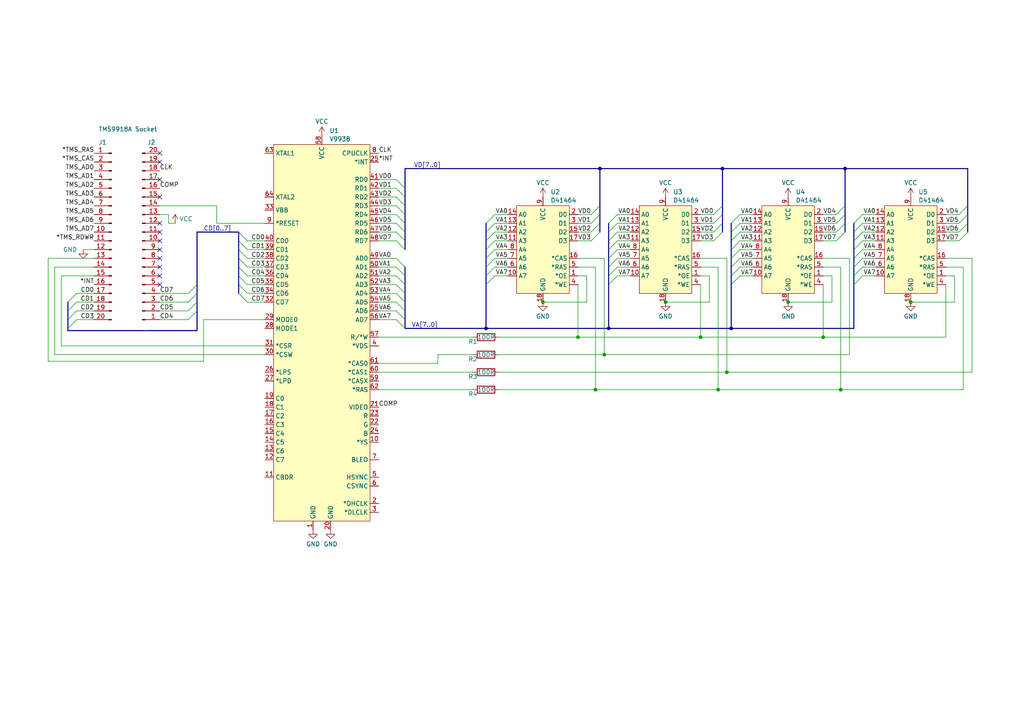
<source format=kicad_sch>
(kicad_sch (version 20230121) (generator eeschema)

  (uuid 61410873-46e3-4a0f-94b7-bd263ea7b86b)

  (paper "A4")

  (title_block
    (title "TMS9918 To V9938 Adapter")
    (date "2024-07-30")
    (rev "Rev. 0")
  )

  (lib_symbols
    (symbol "Connector:Conn_01x20_Pin" (pin_names (offset 1.016) hide) (in_bom yes) (on_board yes)
      (property "Reference" "J" (at 0 25.4 0)
        (effects (font (size 1.27 1.27)))
      )
      (property "Value" "Conn_01x20_Pin" (at 0 -27.94 0)
        (effects (font (size 1.27 1.27)))
      )
      (property "Footprint" "" (at 0 0 0)
        (effects (font (size 1.27 1.27)) hide)
      )
      (property "Datasheet" "~" (at 0 0 0)
        (effects (font (size 1.27 1.27)) hide)
      )
      (property "ki_locked" "" (at 0 0 0)
        (effects (font (size 1.27 1.27)))
      )
      (property "ki_keywords" "connector" (at 0 0 0)
        (effects (font (size 1.27 1.27)) hide)
      )
      (property "ki_description" "Generic connector, single row, 01x20, script generated" (at 0 0 0)
        (effects (font (size 1.27 1.27)) hide)
      )
      (property "ki_fp_filters" "Connector*:*_1x??_*" (at 0 0 0)
        (effects (font (size 1.27 1.27)) hide)
      )
      (symbol "Conn_01x20_Pin_1_1"
        (polyline
          (pts
            (xy 1.27 -25.4)
            (xy 0.8636 -25.4)
          )
          (stroke (width 0.1524) (type default))
          (fill (type none))
        )
        (polyline
          (pts
            (xy 1.27 -22.86)
            (xy 0.8636 -22.86)
          )
          (stroke (width 0.1524) (type default))
          (fill (type none))
        )
        (polyline
          (pts
            (xy 1.27 -20.32)
            (xy 0.8636 -20.32)
          )
          (stroke (width 0.1524) (type default))
          (fill (type none))
        )
        (polyline
          (pts
            (xy 1.27 -17.78)
            (xy 0.8636 -17.78)
          )
          (stroke (width 0.1524) (type default))
          (fill (type none))
        )
        (polyline
          (pts
            (xy 1.27 -15.24)
            (xy 0.8636 -15.24)
          )
          (stroke (width 0.1524) (type default))
          (fill (type none))
        )
        (polyline
          (pts
            (xy 1.27 -12.7)
            (xy 0.8636 -12.7)
          )
          (stroke (width 0.1524) (type default))
          (fill (type none))
        )
        (polyline
          (pts
            (xy 1.27 -10.16)
            (xy 0.8636 -10.16)
          )
          (stroke (width 0.1524) (type default))
          (fill (type none))
        )
        (polyline
          (pts
            (xy 1.27 -7.62)
            (xy 0.8636 -7.62)
          )
          (stroke (width 0.1524) (type default))
          (fill (type none))
        )
        (polyline
          (pts
            (xy 1.27 -5.08)
            (xy 0.8636 -5.08)
          )
          (stroke (width 0.1524) (type default))
          (fill (type none))
        )
        (polyline
          (pts
            (xy 1.27 -2.54)
            (xy 0.8636 -2.54)
          )
          (stroke (width 0.1524) (type default))
          (fill (type none))
        )
        (polyline
          (pts
            (xy 1.27 0)
            (xy 0.8636 0)
          )
          (stroke (width 0.1524) (type default))
          (fill (type none))
        )
        (polyline
          (pts
            (xy 1.27 2.54)
            (xy 0.8636 2.54)
          )
          (stroke (width 0.1524) (type default))
          (fill (type none))
        )
        (polyline
          (pts
            (xy 1.27 5.08)
            (xy 0.8636 5.08)
          )
          (stroke (width 0.1524) (type default))
          (fill (type none))
        )
        (polyline
          (pts
            (xy 1.27 7.62)
            (xy 0.8636 7.62)
          )
          (stroke (width 0.1524) (type default))
          (fill (type none))
        )
        (polyline
          (pts
            (xy 1.27 10.16)
            (xy 0.8636 10.16)
          )
          (stroke (width 0.1524) (type default))
          (fill (type none))
        )
        (polyline
          (pts
            (xy 1.27 12.7)
            (xy 0.8636 12.7)
          )
          (stroke (width 0.1524) (type default))
          (fill (type none))
        )
        (polyline
          (pts
            (xy 1.27 15.24)
            (xy 0.8636 15.24)
          )
          (stroke (width 0.1524) (type default))
          (fill (type none))
        )
        (polyline
          (pts
            (xy 1.27 17.78)
            (xy 0.8636 17.78)
          )
          (stroke (width 0.1524) (type default))
          (fill (type none))
        )
        (polyline
          (pts
            (xy 1.27 20.32)
            (xy 0.8636 20.32)
          )
          (stroke (width 0.1524) (type default))
          (fill (type none))
        )
        (polyline
          (pts
            (xy 1.27 22.86)
            (xy 0.8636 22.86)
          )
          (stroke (width 0.1524) (type default))
          (fill (type none))
        )
        (rectangle (start 0.8636 -25.273) (end 0 -25.527)
          (stroke (width 0.1524) (type default))
          (fill (type outline))
        )
        (rectangle (start 0.8636 -22.733) (end 0 -22.987)
          (stroke (width 0.1524) (type default))
          (fill (type outline))
        )
        (rectangle (start 0.8636 -20.193) (end 0 -20.447)
          (stroke (width 0.1524) (type default))
          (fill (type outline))
        )
        (rectangle (start 0.8636 -17.653) (end 0 -17.907)
          (stroke (width 0.1524) (type default))
          (fill (type outline))
        )
        (rectangle (start 0.8636 -15.113) (end 0 -15.367)
          (stroke (width 0.1524) (type default))
          (fill (type outline))
        )
        (rectangle (start 0.8636 -12.573) (end 0 -12.827)
          (stroke (width 0.1524) (type default))
          (fill (type outline))
        )
        (rectangle (start 0.8636 -10.033) (end 0 -10.287)
          (stroke (width 0.1524) (type default))
          (fill (type outline))
        )
        (rectangle (start 0.8636 -7.493) (end 0 -7.747)
          (stroke (width 0.1524) (type default))
          (fill (type outline))
        )
        (rectangle (start 0.8636 -4.953) (end 0 -5.207)
          (stroke (width 0.1524) (type default))
          (fill (type outline))
        )
        (rectangle (start 0.8636 -2.413) (end 0 -2.667)
          (stroke (width 0.1524) (type default))
          (fill (type outline))
        )
        (rectangle (start 0.8636 0.127) (end 0 -0.127)
          (stroke (width 0.1524) (type default))
          (fill (type outline))
        )
        (rectangle (start 0.8636 2.667) (end 0 2.413)
          (stroke (width 0.1524) (type default))
          (fill (type outline))
        )
        (rectangle (start 0.8636 5.207) (end 0 4.953)
          (stroke (width 0.1524) (type default))
          (fill (type outline))
        )
        (rectangle (start 0.8636 7.747) (end 0 7.493)
          (stroke (width 0.1524) (type default))
          (fill (type outline))
        )
        (rectangle (start 0.8636 10.287) (end 0 10.033)
          (stroke (width 0.1524) (type default))
          (fill (type outline))
        )
        (rectangle (start 0.8636 12.827) (end 0 12.573)
          (stroke (width 0.1524) (type default))
          (fill (type outline))
        )
        (rectangle (start 0.8636 15.367) (end 0 15.113)
          (stroke (width 0.1524) (type default))
          (fill (type outline))
        )
        (rectangle (start 0.8636 17.907) (end 0 17.653)
          (stroke (width 0.1524) (type default))
          (fill (type outline))
        )
        (rectangle (start 0.8636 20.447) (end 0 20.193)
          (stroke (width 0.1524) (type default))
          (fill (type outline))
        )
        (rectangle (start 0.8636 22.987) (end 0 22.733)
          (stroke (width 0.1524) (type default))
          (fill (type outline))
        )
        (pin passive line (at 5.08 22.86 180) (length 3.81)
          (name "Pin_1" (effects (font (size 1.27 1.27))))
          (number "1" (effects (font (size 1.27 1.27))))
        )
        (pin passive line (at 5.08 0 180) (length 3.81)
          (name "Pin_10" (effects (font (size 1.27 1.27))))
          (number "10" (effects (font (size 1.27 1.27))))
        )
        (pin passive line (at 5.08 -2.54 180) (length 3.81)
          (name "Pin_11" (effects (font (size 1.27 1.27))))
          (number "11" (effects (font (size 1.27 1.27))))
        )
        (pin passive line (at 5.08 -5.08 180) (length 3.81)
          (name "Pin_12" (effects (font (size 1.27 1.27))))
          (number "12" (effects (font (size 1.27 1.27))))
        )
        (pin passive line (at 5.08 -7.62 180) (length 3.81)
          (name "Pin_13" (effects (font (size 1.27 1.27))))
          (number "13" (effects (font (size 1.27 1.27))))
        )
        (pin passive line (at 5.08 -10.16 180) (length 3.81)
          (name "Pin_14" (effects (font (size 1.27 1.27))))
          (number "14" (effects (font (size 1.27 1.27))))
        )
        (pin passive line (at 5.08 -12.7 180) (length 3.81)
          (name "Pin_15" (effects (font (size 1.27 1.27))))
          (number "15" (effects (font (size 1.27 1.27))))
        )
        (pin passive line (at 5.08 -15.24 180) (length 3.81)
          (name "Pin_16" (effects (font (size 1.27 1.27))))
          (number "16" (effects (font (size 1.27 1.27))))
        )
        (pin passive line (at 5.08 -17.78 180) (length 3.81)
          (name "Pin_17" (effects (font (size 1.27 1.27))))
          (number "17" (effects (font (size 1.27 1.27))))
        )
        (pin passive line (at 5.08 -20.32 180) (length 3.81)
          (name "Pin_18" (effects (font (size 1.27 1.27))))
          (number "18" (effects (font (size 1.27 1.27))))
        )
        (pin passive line (at 5.08 -22.86 180) (length 3.81)
          (name "Pin_19" (effects (font (size 1.27 1.27))))
          (number "19" (effects (font (size 1.27 1.27))))
        )
        (pin passive line (at 5.08 20.32 180) (length 3.81)
          (name "Pin_2" (effects (font (size 1.27 1.27))))
          (number "2" (effects (font (size 1.27 1.27))))
        )
        (pin passive line (at 5.08 -25.4 180) (length 3.81)
          (name "Pin_20" (effects (font (size 1.27 1.27))))
          (number "20" (effects (font (size 1.27 1.27))))
        )
        (pin passive line (at 5.08 17.78 180) (length 3.81)
          (name "Pin_3" (effects (font (size 1.27 1.27))))
          (number "3" (effects (font (size 1.27 1.27))))
        )
        (pin passive line (at 5.08 15.24 180) (length 3.81)
          (name "Pin_4" (effects (font (size 1.27 1.27))))
          (number "4" (effects (font (size 1.27 1.27))))
        )
        (pin passive line (at 5.08 12.7 180) (length 3.81)
          (name "Pin_5" (effects (font (size 1.27 1.27))))
          (number "5" (effects (font (size 1.27 1.27))))
        )
        (pin passive line (at 5.08 10.16 180) (length 3.81)
          (name "Pin_6" (effects (font (size 1.27 1.27))))
          (number "6" (effects (font (size 1.27 1.27))))
        )
        (pin passive line (at 5.08 7.62 180) (length 3.81)
          (name "Pin_7" (effects (font (size 1.27 1.27))))
          (number "7" (effects (font (size 1.27 1.27))))
        )
        (pin passive line (at 5.08 5.08 180) (length 3.81)
          (name "Pin_8" (effects (font (size 1.27 1.27))))
          (number "8" (effects (font (size 1.27 1.27))))
        )
        (pin passive line (at 5.08 2.54 180) (length 3.81)
          (name "Pin_9" (effects (font (size 1.27 1.27))))
          (number "9" (effects (font (size 1.27 1.27))))
        )
      )
    )
    (symbol "Custom:D41464" (in_bom yes) (on_board yes)
      (property "Reference" "U" (at 5.08 3.81 0)
        (effects (font (size 1.27 1.27)))
      )
      (property "Value" "D41464" (at 6.35 1.27 0)
        (effects (font (size 1.27 1.27)))
      )
      (property "Footprint" "" (at 0 0 0)
        (effects (font (size 1.27 1.27)) hide)
      )
      (property "Datasheet" "" (at 0 0 0)
        (effects (font (size 1.27 1.27)) hide)
      )
      (symbol "D41464_1_1"
        (rectangle (start -7.62 0) (end 7.62 -25.4)
          (stroke (width 0) (type default))
          (fill (type background))
        )
        (pin input line (at 10.16 -20.32 180) (length 2.54)
          (name "*OE" (effects (font (size 1.27 1.27))))
          (number "1" (effects (font (size 1.27 1.27))))
        )
        (pin input line (at -10.16 -20.32 0) (length 2.54)
          (name "A7" (effects (font (size 1.27 1.27))))
          (number "10" (effects (font (size 1.27 1.27))))
        )
        (pin input line (at -10.16 -10.16 0) (length 2.54)
          (name "A3" (effects (font (size 1.27 1.27))))
          (number "11" (effects (font (size 1.27 1.27))))
        )
        (pin input line (at -10.16 -7.62 0) (length 2.54)
          (name "A2" (effects (font (size 1.27 1.27))))
          (number "12" (effects (font (size 1.27 1.27))))
        )
        (pin input line (at -10.16 -5.08 0) (length 2.54)
          (name "A1" (effects (font (size 1.27 1.27))))
          (number "13" (effects (font (size 1.27 1.27))))
        )
        (pin input line (at -10.16 -2.54 0) (length 2.54)
          (name "A0" (effects (font (size 1.27 1.27))))
          (number "14" (effects (font (size 1.27 1.27))))
        )
        (pin bidirectional line (at 10.16 -7.62 180) (length 2.54)
          (name "D2" (effects (font (size 1.27 1.27))))
          (number "15" (effects (font (size 1.27 1.27))))
        )
        (pin input line (at 10.16 -15.24 180) (length 2.54)
          (name "*CAS" (effects (font (size 1.27 1.27))))
          (number "16" (effects (font (size 1.27 1.27))))
        )
        (pin bidirectional line (at 10.16 -10.16 180) (length 2.54)
          (name "D3" (effects (font (size 1.27 1.27))))
          (number "17" (effects (font (size 1.27 1.27))))
        )
        (pin input line (at 0 -27.94 90) (length 2.54)
          (name "GND" (effects (font (size 1.27 1.27))))
          (number "18" (effects (font (size 1.27 1.27))))
        )
        (pin bidirectional line (at 10.16 -2.54 180) (length 2.54)
          (name "D0" (effects (font (size 1.27 1.27))))
          (number "2" (effects (font (size 1.27 1.27))))
        )
        (pin bidirectional line (at 10.16 -5.08 180) (length 2.54)
          (name "D1" (effects (font (size 1.27 1.27))))
          (number "3" (effects (font (size 1.27 1.27))))
        )
        (pin input line (at 10.16 -22.86 180) (length 2.54)
          (name "*WE" (effects (font (size 1.27 1.27))))
          (number "4" (effects (font (size 1.27 1.27))))
        )
        (pin input line (at 10.16 -17.78 180) (length 2.54)
          (name "*RAS" (effects (font (size 1.27 1.27))))
          (number "5" (effects (font (size 1.27 1.27))))
        )
        (pin input line (at -10.16 -17.78 0) (length 2.54)
          (name "A6" (effects (font (size 1.27 1.27))))
          (number "6" (effects (font (size 1.27 1.27))))
        )
        (pin input line (at -10.16 -15.24 0) (length 2.54)
          (name "A5" (effects (font (size 1.27 1.27))))
          (number "7" (effects (font (size 1.27 1.27))))
        )
        (pin input line (at -10.16 -12.7 0) (length 2.54)
          (name "A4" (effects (font (size 1.27 1.27))))
          (number "8" (effects (font (size 1.27 1.27))))
        )
        (pin input line (at 0 2.54 270) (length 2.54)
          (name "VCC" (effects (font (size 1.27 1.27))))
          (number "9" (effects (font (size 1.27 1.27))))
        )
      )
    )
    (symbol "Custom:V9938" (in_bom yes) (on_board yes)
      (property "Reference" "U" (at 8.89 3.81 0)
        (effects (font (size 1.27 1.27)))
      )
      (property "Value" "V9938" (at 11.43 1.27 0)
        (effects (font (size 1.27 1.27)))
      )
      (property "Footprint" "" (at 0 0 0)
        (effects (font (size 1.27 1.27)) hide)
      )
      (property "Datasheet" "" (at 0 0 0)
        (effects (font (size 1.27 1.27)) hide)
      )
      (symbol "V9938_1_1"
        (rectangle (start -13.97 0) (end 13.97 -109.22)
          (stroke (width 0) (type default))
          (fill (type background))
        )
        (pin input line (at -2.54 -111.76 90) (length 2.54)
          (name "GND" (effects (font (size 1.27 1.27))))
          (number "1" (effects (font (size 1.27 1.27))))
        )
        (pin output line (at 16.51 -86.36 180) (length 2.54)
          (name "*YS" (effects (font (size 1.27 1.27))))
          (number "10" (effects (font (size 1.27 1.27))))
        )
        (pin output line (at -16.51 -96.52 0) (length 2.54)
          (name "CBDR" (effects (font (size 1.27 1.27))))
          (number "11" (effects (font (size 1.27 1.27))))
        )
        (pin bidirectional line (at -16.51 -91.44 0) (length 2.54)
          (name "C7" (effects (font (size 1.27 1.27))))
          (number "12" (effects (font (size 1.27 1.27))))
        )
        (pin bidirectional line (at -16.51 -88.9 0) (length 2.54)
          (name "C6" (effects (font (size 1.27 1.27))))
          (number "13" (effects (font (size 1.27 1.27))))
        )
        (pin bidirectional line (at -16.51 -86.36 0) (length 2.54)
          (name "C5" (effects (font (size 1.27 1.27))))
          (number "14" (effects (font (size 1.27 1.27))))
        )
        (pin bidirectional line (at -16.51 -83.82 0) (length 2.54)
          (name "C4" (effects (font (size 1.27 1.27))))
          (number "15" (effects (font (size 1.27 1.27))))
        )
        (pin bidirectional line (at -16.51 -81.28 0) (length 2.54)
          (name "C3" (effects (font (size 1.27 1.27))))
          (number "16" (effects (font (size 1.27 1.27))))
        )
        (pin bidirectional line (at -16.51 -78.74 0) (length 2.54)
          (name "C2" (effects (font (size 1.27 1.27))))
          (number "17" (effects (font (size 1.27 1.27))))
        )
        (pin bidirectional line (at -16.51 -76.2 0) (length 2.54)
          (name "C1" (effects (font (size 1.27 1.27))))
          (number "18" (effects (font (size 1.27 1.27))))
        )
        (pin bidirectional line (at -16.51 -73.66 0) (length 2.54)
          (name "C0" (effects (font (size 1.27 1.27))))
          (number "19" (effects (font (size 1.27 1.27))))
        )
        (pin output line (at 16.51 -104.14 180) (length 2.54)
          (name "*DHCLK" (effects (font (size 1.27 1.27))))
          (number "2" (effects (font (size 1.27 1.27))))
        )
        (pin input line (at 2.54 -111.76 90) (length 2.54)
          (name "GND" (effects (font (size 1.27 1.27))))
          (number "20" (effects (font (size 1.27 1.27))))
        )
        (pin output line (at 16.51 -76.2 180) (length 2.54)
          (name "VIDEO" (effects (font (size 1.27 1.27))))
          (number "21" (effects (font (size 1.27 1.27))))
        )
        (pin output line (at 16.51 -81.28 180) (length 2.54)
          (name "G" (effects (font (size 1.27 1.27))))
          (number "22" (effects (font (size 1.27 1.27))))
        )
        (pin output line (at 16.51 -78.74 180) (length 2.54)
          (name "R" (effects (font (size 1.27 1.27))))
          (number "23" (effects (font (size 1.27 1.27))))
        )
        (pin output line (at 16.51 -83.82 180) (length 2.54)
          (name "B" (effects (font (size 1.27 1.27))))
          (number "24" (effects (font (size 1.27 1.27))))
        )
        (pin output line (at 16.51 -5.08 180) (length 2.54)
          (name "*INT" (effects (font (size 1.27 1.27))))
          (number "25" (effects (font (size 1.27 1.27))))
        )
        (pin input line (at -16.51 -66.04 0) (length 2.54)
          (name "*LPS" (effects (font (size 1.27 1.27))))
          (number "26" (effects (font (size 1.27 1.27))))
        )
        (pin input line (at -16.51 -68.58 0) (length 2.54)
          (name "*LPD" (effects (font (size 1.27 1.27))))
          (number "27" (effects (font (size 1.27 1.27))))
        )
        (pin input line (at -16.51 -53.34 0) (length 2.54)
          (name "MODE1" (effects (font (size 1.27 1.27))))
          (number "28" (effects (font (size 1.27 1.27))))
        )
        (pin input line (at -16.51 -50.8 0) (length 2.54)
          (name "MODE0" (effects (font (size 1.27 1.27))))
          (number "29" (effects (font (size 1.27 1.27))))
        )
        (pin bidirectional line (at 16.51 -106.68 180) (length 2.54)
          (name "*DLCLK" (effects (font (size 1.27 1.27))))
          (number "3" (effects (font (size 1.27 1.27))))
        )
        (pin input line (at -16.51 -60.96 0) (length 2.54)
          (name "*CSW" (effects (font (size 1.27 1.27))))
          (number "30" (effects (font (size 1.27 1.27))))
        )
        (pin input line (at -16.51 -58.42 0) (length 2.54)
          (name "*CSR" (effects (font (size 1.27 1.27))))
          (number "31" (effects (font (size 1.27 1.27))))
        )
        (pin bidirectional line (at -16.51 -45.72 0) (length 2.54)
          (name "CD7" (effects (font (size 1.27 1.27))))
          (number "32" (effects (font (size 1.27 1.27))))
        )
        (pin input line (at -16.51 -19.05 0) (length 2.54)
          (name "VBB" (effects (font (size 1.27 1.27))))
          (number "33" (effects (font (size 1.27 1.27))))
        )
        (pin bidirectional line (at -16.51 -43.18 0) (length 2.54)
          (name "CD6" (effects (font (size 1.27 1.27))))
          (number "34" (effects (font (size 1.27 1.27))))
        )
        (pin bidirectional line (at -16.51 -40.64 0) (length 2.54)
          (name "CD5" (effects (font (size 1.27 1.27))))
          (number "35" (effects (font (size 1.27 1.27))))
        )
        (pin bidirectional line (at -16.51 -38.1 0) (length 2.54)
          (name "CD4" (effects (font (size 1.27 1.27))))
          (number "36" (effects (font (size 1.27 1.27))))
        )
        (pin bidirectional line (at -16.51 -35.56 0) (length 2.54)
          (name "CD3" (effects (font (size 1.27 1.27))))
          (number "37" (effects (font (size 1.27 1.27))))
        )
        (pin bidirectional line (at -16.51 -33.02 0) (length 2.54)
          (name "CD2" (effects (font (size 1.27 1.27))))
          (number "38" (effects (font (size 1.27 1.27))))
        )
        (pin bidirectional line (at -16.51 -30.48 0) (length 2.54)
          (name "CD1" (effects (font (size 1.27 1.27))))
          (number "39" (effects (font (size 1.27 1.27))))
        )
        (pin output line (at 16.51 -58.42 180) (length 2.54)
          (name "*VDS" (effects (font (size 1.27 1.27))))
          (number "4" (effects (font (size 1.27 1.27))))
        )
        (pin bidirectional line (at -16.51 -27.94 0) (length 2.54)
          (name "CD0" (effects (font (size 1.27 1.27))))
          (number "40" (effects (font (size 1.27 1.27))))
        )
        (pin output line (at 16.51 -10.16 180) (length 2.54)
          (name "RD0" (effects (font (size 1.27 1.27))))
          (number "41" (effects (font (size 1.27 1.27))))
        )
        (pin output line (at 16.51 -12.7 180) (length 2.54)
          (name "RD1" (effects (font (size 1.27 1.27))))
          (number "42" (effects (font (size 1.27 1.27))))
        )
        (pin output line (at 16.51 -15.24 180) (length 2.54)
          (name "RD2" (effects (font (size 1.27 1.27))))
          (number "43" (effects (font (size 1.27 1.27))))
        )
        (pin output line (at 16.51 -17.78 180) (length 2.54)
          (name "RD3" (effects (font (size 1.27 1.27))))
          (number "44" (effects (font (size 1.27 1.27))))
        )
        (pin output line (at 16.51 -20.32 180) (length 2.54)
          (name "RD4" (effects (font (size 1.27 1.27))))
          (number "45" (effects (font (size 1.27 1.27))))
        )
        (pin output line (at 16.51 -22.86 180) (length 2.54)
          (name "RD5" (effects (font (size 1.27 1.27))))
          (number "46" (effects (font (size 1.27 1.27))))
        )
        (pin output line (at 16.51 -25.4 180) (length 2.54)
          (name "RD6" (effects (font (size 1.27 1.27))))
          (number "47" (effects (font (size 1.27 1.27))))
        )
        (pin output line (at 16.51 -27.94 180) (length 2.54)
          (name "RD7" (effects (font (size 1.27 1.27))))
          (number "48" (effects (font (size 1.27 1.27))))
        )
        (pin output line (at 16.51 -33.02 180) (length 2.54)
          (name "AD0" (effects (font (size 1.27 1.27))))
          (number "49" (effects (font (size 1.27 1.27))))
        )
        (pin output line (at 16.51 -96.52 180) (length 2.54)
          (name "HSYNC" (effects (font (size 1.27 1.27))))
          (number "5" (effects (font (size 1.27 1.27))))
        )
        (pin output line (at 16.51 -35.56 180) (length 2.54)
          (name "AD1" (effects (font (size 1.27 1.27))))
          (number "50" (effects (font (size 1.27 1.27))))
        )
        (pin output line (at 16.51 -38.1 180) (length 2.54)
          (name "AD2" (effects (font (size 1.27 1.27))))
          (number "51" (effects (font (size 1.27 1.27))))
        )
        (pin output line (at 16.51 -40.64 180) (length 2.54)
          (name "AD3" (effects (font (size 1.27 1.27))))
          (number "52" (effects (font (size 1.27 1.27))))
        )
        (pin output line (at 16.51 -43.18 180) (length 2.54)
          (name "AD4" (effects (font (size 1.27 1.27))))
          (number "53" (effects (font (size 1.27 1.27))))
        )
        (pin output line (at 16.51 -45.72 180) (length 2.54)
          (name "AD5" (effects (font (size 1.27 1.27))))
          (number "54" (effects (font (size 1.27 1.27))))
        )
        (pin output line (at 16.51 -48.26 180) (length 2.54)
          (name "AD6" (effects (font (size 1.27 1.27))))
          (number "55" (effects (font (size 1.27 1.27))))
        )
        (pin output line (at 16.51 -50.8 180) (length 2.54)
          (name "AD7" (effects (font (size 1.27 1.27))))
          (number "56" (effects (font (size 1.27 1.27))))
        )
        (pin input line (at 16.51 -55.88 180) (length 2.54)
          (name "R/*W" (effects (font (size 1.27 1.27))))
          (number "57" (effects (font (size 1.27 1.27))))
        )
        (pin input line (at 0 2.54 270) (length 2.54)
          (name "VCC" (effects (font (size 1.27 1.27))))
          (number "58" (effects (font (size 1.27 1.27))))
        )
        (pin output line (at 16.51 -68.58 180) (length 2.54)
          (name "*CASX" (effects (font (size 1.27 1.27))))
          (number "59" (effects (font (size 1.27 1.27))))
        )
        (pin output line (at 16.51 -99.06 180) (length 2.54)
          (name "CSYNC" (effects (font (size 1.27 1.27))))
          (number "6" (effects (font (size 1.27 1.27))))
        )
        (pin output line (at 16.51 -66.04 180) (length 2.54)
          (name "*CAS1" (effects (font (size 1.27 1.27))))
          (number "60" (effects (font (size 1.27 1.27))))
        )
        (pin output line (at 16.51 -63.5 180) (length 2.54)
          (name "*CAS0" (effects (font (size 1.27 1.27))))
          (number "61" (effects (font (size 1.27 1.27))))
        )
        (pin output line (at 16.51 -71.12 180) (length 2.54)
          (name "*RAS" (effects (font (size 1.27 1.27))))
          (number "62" (effects (font (size 1.27 1.27))))
        )
        (pin input line (at -16.51 -2.54 0) (length 2.54)
          (name "XTAL1" (effects (font (size 1.27 1.27))))
          (number "63" (effects (font (size 1.27 1.27))))
        )
        (pin input line (at -16.51 -15.24 0) (length 2.54)
          (name "XTAL2" (effects (font (size 1.27 1.27))))
          (number "64" (effects (font (size 1.27 1.27))))
        )
        (pin output line (at 16.51 -91.44 180) (length 2.54)
          (name "BLEO" (effects (font (size 1.27 1.27))))
          (number "7" (effects (font (size 1.27 1.27))))
        )
        (pin output line (at 16.51 -2.54 180) (length 2.54)
          (name "CPUCLK" (effects (font (size 1.27 1.27))))
          (number "8" (effects (font (size 1.27 1.27))))
        )
        (pin input line (at -16.51 -22.86 0) (length 2.54)
          (name "*RESET" (effects (font (size 1.27 1.27))))
          (number "9" (effects (font (size 1.27 1.27))))
        )
      )
    )
    (symbol "Device:R" (pin_numbers hide) (pin_names (offset 0)) (in_bom yes) (on_board yes)
      (property "Reference" "R" (at 2.032 0 90)
        (effects (font (size 1.27 1.27)))
      )
      (property "Value" "R" (at 0 0 90)
        (effects (font (size 1.27 1.27)))
      )
      (property "Footprint" "" (at -1.778 0 90)
        (effects (font (size 1.27 1.27)) hide)
      )
      (property "Datasheet" "~" (at 0 0 0)
        (effects (font (size 1.27 1.27)) hide)
      )
      (property "ki_keywords" "R res resistor" (at 0 0 0)
        (effects (font (size 1.27 1.27)) hide)
      )
      (property "ki_description" "Resistor" (at 0 0 0)
        (effects (font (size 1.27 1.27)) hide)
      )
      (property "ki_fp_filters" "R_*" (at 0 0 0)
        (effects (font (size 1.27 1.27)) hide)
      )
      (symbol "R_0_1"
        (rectangle (start -1.016 -2.54) (end 1.016 2.54)
          (stroke (width 0.254) (type default))
          (fill (type none))
        )
      )
      (symbol "R_1_1"
        (pin passive line (at 0 3.81 270) (length 1.27)
          (name "~" (effects (font (size 1.27 1.27))))
          (number "1" (effects (font (size 1.27 1.27))))
        )
        (pin passive line (at 0 -3.81 90) (length 1.27)
          (name "~" (effects (font (size 1.27 1.27))))
          (number "2" (effects (font (size 1.27 1.27))))
        )
      )
    )
    (symbol "power:GND" (power) (pin_names (offset 0)) (in_bom yes) (on_board yes)
      (property "Reference" "#PWR" (at 0 -6.35 0)
        (effects (font (size 1.27 1.27)) hide)
      )
      (property "Value" "GND" (at 0 -3.81 0)
        (effects (font (size 1.27 1.27)))
      )
      (property "Footprint" "" (at 0 0 0)
        (effects (font (size 1.27 1.27)) hide)
      )
      (property "Datasheet" "" (at 0 0 0)
        (effects (font (size 1.27 1.27)) hide)
      )
      (property "ki_keywords" "global power" (at 0 0 0)
        (effects (font (size 1.27 1.27)) hide)
      )
      (property "ki_description" "Power symbol creates a global label with name \"GND\" , ground" (at 0 0 0)
        (effects (font (size 1.27 1.27)) hide)
      )
      (symbol "GND_0_1"
        (polyline
          (pts
            (xy 0 0)
            (xy 0 -1.27)
            (xy 1.27 -1.27)
            (xy 0 -2.54)
            (xy -1.27 -1.27)
            (xy 0 -1.27)
          )
          (stroke (width 0) (type default))
          (fill (type none))
        )
      )
      (symbol "GND_1_1"
        (pin power_in line (at 0 0 270) (length 0) hide
          (name "GND" (effects (font (size 1.27 1.27))))
          (number "1" (effects (font (size 1.27 1.27))))
        )
      )
    )
    (symbol "power:VCC" (power) (pin_names (offset 0)) (in_bom yes) (on_board yes)
      (property "Reference" "#PWR" (at 0 -3.81 0)
        (effects (font (size 1.27 1.27)) hide)
      )
      (property "Value" "VCC" (at 0 3.81 0)
        (effects (font (size 1.27 1.27)))
      )
      (property "Footprint" "" (at 0 0 0)
        (effects (font (size 1.27 1.27)) hide)
      )
      (property "Datasheet" "" (at 0 0 0)
        (effects (font (size 1.27 1.27)) hide)
      )
      (property "ki_keywords" "global power" (at 0 0 0)
        (effects (font (size 1.27 1.27)) hide)
      )
      (property "ki_description" "Power symbol creates a global label with name \"VCC\"" (at 0 0 0)
        (effects (font (size 1.27 1.27)) hide)
      )
      (symbol "VCC_0_1"
        (polyline
          (pts
            (xy -0.762 1.27)
            (xy 0 2.54)
          )
          (stroke (width 0) (type default))
          (fill (type none))
        )
        (polyline
          (pts
            (xy 0 0)
            (xy 0 2.54)
          )
          (stroke (width 0) (type default))
          (fill (type none))
        )
        (polyline
          (pts
            (xy 0 2.54)
            (xy 0.762 1.27)
          )
          (stroke (width 0) (type default))
          (fill (type none))
        )
      )
      (symbol "VCC_1_1"
        (pin power_in line (at 0 0 90) (length 0) hide
          (name "VCC" (effects (font (size 1.27 1.27))))
          (number "1" (effects (font (size 1.27 1.27))))
        )
      )
    )
  )

  (junction (at 175.26 102.87) (diameter 0) (color 0 0 0 0)
    (uuid 0bdb1a82-df14-4f97-8564-9a7b023617ef)
  )
  (junction (at 245.11 48.895) (diameter 0) (color 0 0 0 0)
    (uuid 0f2bf54f-5a65-420a-823a-9db78e15a0cd)
  )
  (junction (at 238.76 97.79) (diameter 0) (color 0 0 0 0)
    (uuid 202ecc2c-73cf-49b5-8b7d-82fb6b99f020)
  )
  (junction (at 209.55 48.895) (diameter 0) (color 0 0 0 0)
    (uuid 2c2c9484-30e2-4835-8b5a-76ba281a237c)
  )
  (junction (at 228.6 87.63) (diameter 0) (color 0 0 0 0)
    (uuid 34b94c69-f4e4-4b54-80cd-51aa5277aa50)
  )
  (junction (at 193.04 87.63) (diameter 0) (color 0 0 0 0)
    (uuid 357e7ba8-7628-467e-95f9-bcaf8cfb9669)
  )
  (junction (at 264.16 87.63) (diameter 0) (color 0 0 0 0)
    (uuid 3e34cb23-715a-4048-acb1-88f119f4db56)
  )
  (junction (at 140.97 95.25) (diameter 0) (color 0 0 0 0)
    (uuid 626576c7-642e-4be7-8190-1909b9425d85)
  )
  (junction (at 172.72 113.03) (diameter 0) (color 0 0 0 0)
    (uuid 72c0f154-22e7-46b0-a198-4c3801270940)
  )
  (junction (at 167.64 97.79) (diameter 0) (color 0 0 0 0)
    (uuid 73d5558f-3b34-4bd8-afd5-a96f86b5ba23)
  )
  (junction (at 176.53 95.25) (diameter 0) (color 0 0 0 0)
    (uuid 8ef58bf6-0c29-42af-a6a1-ff797bbff397)
  )
  (junction (at 203.2 97.79) (diameter 0) (color 0 0 0 0)
    (uuid 992d036e-8c78-492a-9d54-acbebabbf07a)
  )
  (junction (at 157.48 87.63) (diameter 0) (color 0 0 0 0)
    (uuid abfb2332-8a1d-4b7c-b788-7f25b1f54ba8)
  )
  (junction (at 243.84 113.03) (diameter 0) (color 0 0 0 0)
    (uuid d6a1706b-5b24-4341-bb24-308b32223ffa)
  )
  (junction (at 173.99 48.895) (diameter 0) (color 0 0 0 0)
    (uuid dd80f06b-cd5c-4508-a6b4-7052737294c8)
  )
  (junction (at 212.09 95.25) (diameter 0) (color 0 0 0 0)
    (uuid e84ed8b7-6c7f-4639-b33f-4473b0094478)
  )
  (junction (at 208.28 113.03) (diameter 0) (color 0 0 0 0)
    (uuid eed3763b-6385-4363-b6fd-b09fd3cb1c04)
  )
  (junction (at 210.82 107.95) (diameter 0) (color 0 0 0 0)
    (uuid fb019bae-fb1a-43d6-996e-e3adcb8831a8)
  )

  (no_connect (at 46.355 77.47) (uuid 1c330e74-840b-499b-a14c-c4544144552e))
  (no_connect (at 46.355 67.31) (uuid 2b17b80d-43e2-40a9-8990-d15d447ca1d3))
  (no_connect (at 46.355 80.01) (uuid 5e69014b-490a-486e-9f4d-514368b52326))
  (no_connect (at 46.355 57.15) (uuid 67b0e8a3-1b4b-4f8a-93a6-9d8e3794e553))
  (no_connect (at 46.355 64.77) (uuid 968347e4-fac2-4ab2-8346-b7c2e6b499e6))
  (no_connect (at 46.355 44.45) (uuid b40c9869-f30e-43eb-8b08-90cc93c87e73))
  (no_connect (at 46.355 46.99) (uuid beeb8816-ad30-462e-94cb-d239097e205a))
  (no_connect (at 46.355 52.07) (uuid cb741d0d-c5b5-4f80-bf44-00d6da01f474))
  (no_connect (at 46.355 72.39) (uuid d5a14569-a07e-45ab-a57c-a1d297d86fc9))
  (no_connect (at 46.355 69.85) (uuid f4a9ebff-15e9-4602-87fa-db4cba035d8e))
  (no_connect (at 46.355 82.55) (uuid f7731cc2-9498-40f6-81e6-ddcbc11c0ed8))
  (no_connect (at 46.355 74.93) (uuid fd5a5c6c-637e-4842-92c5-3002435b902c))

  (bus_entry (at 176.53 67.31) (size 2.54 -2.54)
    (stroke (width 0) (type default))
    (uuid 021c309c-7682-4999-8acd-76c5ae39331c)
  )
  (bus_entry (at 117.475 92.71) (size -2.54 -2.54)
    (stroke (width 0) (type default))
    (uuid 037cdfdb-8fc6-4f9d-ac0f-0d3f35c2763f)
  )
  (bus_entry (at 280.67 67.31) (size -2.54 2.54)
    (stroke (width 0) (type default))
    (uuid 1a1a044c-7862-4419-a1d8-4a8feee77ab9)
  )
  (bus_entry (at 117.475 59.69) (size -2.54 -2.54)
    (stroke (width 0) (type default))
    (uuid 1c27fe41-00b3-4c6b-8b60-980a025e551c)
  )
  (bus_entry (at 176.53 69.85) (size 2.54 -2.54)
    (stroke (width 0) (type default))
    (uuid 2213502f-378c-49dc-b586-58cb064424d7)
  )
  (bus_entry (at 209.55 59.69) (size -2.54 2.54)
    (stroke (width 0) (type default))
    (uuid 250c33ca-4615-430b-8aa2-f06784dc411c)
  )
  (bus_entry (at 57.15 85.09) (size -2.54 2.54)
    (stroke (width 0) (type default))
    (uuid 256a2471-860b-4a0b-9ed3-2f29bda34bd2)
  )
  (bus_entry (at 212.09 74.93) (size 2.54 -2.54)
    (stroke (width 0) (type default))
    (uuid 28ad3d7a-5ce0-4480-a9f2-862de51790a2)
  )
  (bus_entry (at 173.99 62.23) (size -2.54 2.54)
    (stroke (width 0) (type default))
    (uuid 2a25dafa-4f74-42b9-8012-9aad3ee124ac)
  )
  (bus_entry (at 176.53 82.55) (size 2.54 -2.54)
    (stroke (width 0) (type default))
    (uuid 2b1a7c81-1f28-4fed-86c7-6495020c122d)
  )
  (bus_entry (at 117.475 72.39) (size -2.54 -2.54)
    (stroke (width 0) (type default))
    (uuid 2e2d8311-c767-4809-9f13-05d2c4c3e89a)
  )
  (bus_entry (at 247.65 82.55) (size 2.54 -2.54)
    (stroke (width 0) (type default))
    (uuid 30857cf2-6435-4bf5-a8d3-9704bc655af0)
  )
  (bus_entry (at 247.65 80.01) (size 2.54 -2.54)
    (stroke (width 0) (type default))
    (uuid 380e0c35-d09e-414b-a2d0-38e0585ac5d4)
  )
  (bus_entry (at 212.09 77.47) (size 2.54 -2.54)
    (stroke (width 0) (type default))
    (uuid 43eb8809-10da-4bb0-9639-c45980ced57c)
  )
  (bus_entry (at 69.215 74.93) (size 2.54 2.54)
    (stroke (width 0) (type default))
    (uuid 456495af-b135-403c-aa11-64b37abc554f)
  )
  (bus_entry (at 245.11 62.23) (size -2.54 2.54)
    (stroke (width 0) (type default))
    (uuid 462e6d92-dc1a-49e7-b4d9-f546eb7472b9)
  )
  (bus_entry (at 209.55 64.77) (size -2.54 2.54)
    (stroke (width 0) (type default))
    (uuid 4655b8fd-dc97-4bed-bd0f-7540d42394a3)
  )
  (bus_entry (at 69.215 67.31) (size 2.54 2.54)
    (stroke (width 0) (type default))
    (uuid 4704c1ab-c1ee-4928-a777-5b17fff669ec)
  )
  (bus_entry (at 117.475 69.85) (size -2.54 -2.54)
    (stroke (width 0) (type default))
    (uuid 485f4863-2929-40d2-a393-ce9c3fda86f0)
  )
  (bus_entry (at 212.09 82.55) (size 2.54 -2.54)
    (stroke (width 0) (type default))
    (uuid 4c48e11d-8ecb-4b7b-842d-ae4db0f637f3)
  )
  (bus_entry (at 140.97 64.77) (size 2.54 -2.54)
    (stroke (width 0) (type default))
    (uuid 4c7c4db5-8911-4b3a-9b1a-3683c6f259b6)
  )
  (bus_entry (at 117.475 80.01) (size -2.54 -2.54)
    (stroke (width 0) (type default))
    (uuid 4ccf9a6c-a584-4724-bdca-7a5d94c0c07d)
  )
  (bus_entry (at 245.11 64.77) (size -2.54 2.54)
    (stroke (width 0) (type default))
    (uuid 4f082fd6-7d0d-4aa0-9aab-e86fce6a5a04)
  )
  (bus_entry (at 173.99 64.77) (size -2.54 2.54)
    (stroke (width 0) (type default))
    (uuid 4f3f6098-c6cb-42fa-8ab0-ff5ca768d26c)
  )
  (bus_entry (at 212.09 64.77) (size 2.54 -2.54)
    (stroke (width 0) (type default))
    (uuid 531d2088-6d64-4378-8898-5122b247fb26)
  )
  (bus_entry (at 140.97 80.01) (size 2.54 -2.54)
    (stroke (width 0) (type default))
    (uuid 5336f770-b4d8-4af7-9c7f-ba3b9bf789cd)
  )
  (bus_entry (at 209.55 62.23) (size -2.54 2.54)
    (stroke (width 0) (type default))
    (uuid 5e7890e3-e111-4fb8-9ee7-4f14f022dcc1)
  )
  (bus_entry (at 69.215 85.09) (size 2.54 2.54)
    (stroke (width 0) (type default))
    (uuid 5f061221-978c-4009-86e7-f2f75d643e8a)
  )
  (bus_entry (at 173.99 59.69) (size -2.54 2.54)
    (stroke (width 0) (type default))
    (uuid 5fce2e22-3480-48c5-9e98-d93587f2b49c)
  )
  (bus_entry (at 247.65 67.31) (size 2.54 -2.54)
    (stroke (width 0) (type default))
    (uuid 68a8ec30-44dc-4cd1-90b1-3fa33a8bf9e7)
  )
  (bus_entry (at 247.65 69.85) (size 2.54 -2.54)
    (stroke (width 0) (type default))
    (uuid 692be7ee-bbe4-4f60-a31e-5a553349a8b7)
  )
  (bus_entry (at 117.475 90.17) (size -2.54 -2.54)
    (stroke (width 0) (type default))
    (uuid 6a3d829a-de90-4b5b-980d-6b442b83d861)
  )
  (bus_entry (at 117.475 62.23) (size -2.54 -2.54)
    (stroke (width 0) (type default))
    (uuid 6a92d27b-9d74-4ef2-916d-ad3470d99cf2)
  )
  (bus_entry (at 117.475 64.77) (size -2.54 -2.54)
    (stroke (width 0) (type default))
    (uuid 6c427480-d1af-44a9-965a-194121e8dc3a)
  )
  (bus_entry (at 69.215 69.85) (size 2.54 2.54)
    (stroke (width 0) (type default))
    (uuid 6ea391b0-07db-4758-aa5d-3dc9f56f0450)
  )
  (bus_entry (at 212.09 67.31) (size 2.54 -2.54)
    (stroke (width 0) (type default))
    (uuid 75acb995-e780-4f42-b598-14c004650645)
  )
  (bus_entry (at 117.475 77.47) (size -2.54 -2.54)
    (stroke (width 0) (type default))
    (uuid 75c2e74a-55da-43ae-a210-e5277ac9cfbd)
  )
  (bus_entry (at 19.685 87.63) (size 2.54 -2.54)
    (stroke (width 0) (type default))
    (uuid 77b752fd-4256-49bc-8e6f-eac640847b5c)
  )
  (bus_entry (at 57.15 87.63) (size -2.54 2.54)
    (stroke (width 0) (type default))
    (uuid 7ccbeeeb-9610-4b3d-b802-5d382c8d2f2e)
  )
  (bus_entry (at 247.65 64.77) (size 2.54 -2.54)
    (stroke (width 0) (type default))
    (uuid 80c14635-03fe-4451-aeac-915b7733ca40)
  )
  (bus_entry (at 117.475 67.31) (size -2.54 -2.54)
    (stroke (width 0) (type default))
    (uuid 80def1f8-911a-42b3-adc8-233131da00df)
  )
  (bus_entry (at 69.215 82.55) (size 2.54 2.54)
    (stroke (width 0) (type default))
    (uuid 8123d7ac-fd45-4174-aa0d-80684117f174)
  )
  (bus_entry (at 69.215 80.01) (size 2.54 2.54)
    (stroke (width 0) (type default))
    (uuid 83250256-28cb-49c8-b458-522448103753)
  )
  (bus_entry (at 247.65 77.47) (size 2.54 -2.54)
    (stroke (width 0) (type default))
    (uuid 8610daa6-2666-43f8-9105-7a3ed0878428)
  )
  (bus_entry (at 140.97 82.55) (size 2.54 -2.54)
    (stroke (width 0) (type default))
    (uuid 87956f38-b779-4ad6-9594-c2d511c02cc1)
  )
  (bus_entry (at 212.09 80.01) (size 2.54 -2.54)
    (stroke (width 0) (type default))
    (uuid 87b24c9c-f36a-4dca-81c7-45cff94a5098)
  )
  (bus_entry (at 57.15 90.17) (size -2.54 2.54)
    (stroke (width 0) (type default))
    (uuid 8d78f7c6-94d2-4f74-8e7a-ff48292f1f39)
  )
  (bus_entry (at 117.475 85.09) (size -2.54 -2.54)
    (stroke (width 0) (type default))
    (uuid 92acda27-0493-4e28-b718-a91091fb326d)
  )
  (bus_entry (at 176.53 72.39) (size 2.54 -2.54)
    (stroke (width 0) (type default))
    (uuid 9894a6b5-8476-4686-94d2-86132e10b10b)
  )
  (bus_entry (at 280.67 62.23) (size -2.54 2.54)
    (stroke (width 0) (type default))
    (uuid 9a85fbcb-b15a-4b7d-a8ad-6f1bdd62cdf6)
  )
  (bus_entry (at 140.97 77.47) (size 2.54 -2.54)
    (stroke (width 0) (type default))
    (uuid 9e499bd1-e3f8-4b3a-85f7-fb2ca4622a25)
  )
  (bus_entry (at 117.475 87.63) (size -2.54 -2.54)
    (stroke (width 0) (type default))
    (uuid a41fed85-c689-4aab-b11d-35d659855696)
  )
  (bus_entry (at 117.475 82.55) (size -2.54 -2.54)
    (stroke (width 0) (type default))
    (uuid a75571c1-76a8-48de-85b0-3cc8d0d4ec06)
  )
  (bus_entry (at 176.53 74.93) (size 2.54 -2.54)
    (stroke (width 0) (type default))
    (uuid aa2ba8cc-c613-4ee9-ace0-9f5097ecea1d)
  )
  (bus_entry (at 57.15 82.55) (size -2.54 2.54)
    (stroke (width 0) (type default))
    (uuid abd06de7-7b42-461b-bc4a-64ff8d36ad8c)
  )
  (bus_entry (at 176.53 77.47) (size 2.54 -2.54)
    (stroke (width 0) (type default))
    (uuid afbca854-fcb7-42a0-bc37-1a6ca1623c8e)
  )
  (bus_entry (at 117.475 54.61) (size -2.54 -2.54)
    (stroke (width 0) (type default))
    (uuid b1eff0d6-680c-450a-8a95-3d5b2c103884)
  )
  (bus_entry (at 245.11 59.69) (size -2.54 2.54)
    (stroke (width 0) (type default))
    (uuid b484bc5f-a96b-4655-a55c-8b65ff3f5d96)
  )
  (bus_entry (at 280.67 59.69) (size -2.54 2.54)
    (stroke (width 0) (type default))
    (uuid bb70fa14-01f6-41af-b0a4-c1a5d1cbec4d)
  )
  (bus_entry (at 247.65 72.39) (size 2.54 -2.54)
    (stroke (width 0) (type default))
    (uuid bef3e97c-0160-444f-8dc9-5f24a9ca8103)
  )
  (bus_entry (at 247.65 74.93) (size 2.54 -2.54)
    (stroke (width 0) (type default))
    (uuid c78aaaaa-8b09-46e1-b353-16441acefaad)
  )
  (bus_entry (at 212.09 72.39) (size 2.54 -2.54)
    (stroke (width 0) (type default))
    (uuid c80fb909-e8b3-42a6-b102-fff4206900ef)
  )
  (bus_entry (at 212.09 69.85) (size 2.54 -2.54)
    (stroke (width 0) (type default))
    (uuid cd48c91b-f9a9-4e74-909b-b55aff936373)
  )
  (bus_entry (at 140.97 69.85) (size 2.54 -2.54)
    (stroke (width 0) (type default))
    (uuid cff3603a-9ecd-4e12-b07f-71a4a1fea7f9)
  )
  (bus_entry (at 140.97 67.31) (size 2.54 -2.54)
    (stroke (width 0) (type default))
    (uuid d240d493-9c0b-4614-94fd-7f36d37a7096)
  )
  (bus_entry (at 117.475 95.25) (size -2.54 -2.54)
    (stroke (width 0) (type default))
    (uuid d8288bca-2305-4f6a-9fe0-cadb5a946173)
  )
  (bus_entry (at 280.67 64.77) (size -2.54 2.54)
    (stroke (width 0) (type default))
    (uuid de9b848d-4b29-4201-bd5e-6ac133cfed42)
  )
  (bus_entry (at 173.99 67.31) (size -2.54 2.54)
    (stroke (width 0) (type default))
    (uuid e056eb72-0ef4-46b6-9225-9a394df5481d)
  )
  (bus_entry (at 176.53 80.01) (size 2.54 -2.54)
    (stroke (width 0) (type default))
    (uuid e0ec3392-d744-4af7-aa79-5422eb1deefb)
  )
  (bus_entry (at 140.97 72.39) (size 2.54 -2.54)
    (stroke (width 0) (type default))
    (uuid e218425d-96f2-40b3-945b-aea7f26a85ee)
  )
  (bus_entry (at 69.215 77.47) (size 2.54 2.54)
    (stroke (width 0) (type default))
    (uuid e5579677-7b24-4539-8803-cf3bf6ebbab0)
  )
  (bus_entry (at 245.11 67.31) (size -2.54 2.54)
    (stroke (width 0) (type default))
    (uuid eb36fe28-d565-4665-bd93-87d648e03440)
  )
  (bus_entry (at 140.97 74.93) (size 2.54 -2.54)
    (stroke (width 0) (type default))
    (uuid eb9c3de8-5692-476c-a5bd-dc5bbf2830f5)
  )
  (bus_entry (at 19.685 92.71) (size 2.54 -2.54)
    (stroke (width 0) (type default))
    (uuid efe74669-8bef-472a-a41d-f4e996d354b6)
  )
  (bus_entry (at 19.685 90.17) (size 2.54 -2.54)
    (stroke (width 0) (type default))
    (uuid f651fd80-ee3b-41f5-b31e-57b09aff7c38)
  )
  (bus_entry (at 117.475 57.15) (size -2.54 -2.54)
    (stroke (width 0) (type default))
    (uuid f9aa7fc7-9e4f-44eb-b431-a6f708a7356f)
  )
  (bus_entry (at 176.53 64.77) (size 2.54 -2.54)
    (stroke (width 0) (type default))
    (uuid f9af1ddd-0398-4581-b583-f98a67a0d727)
  )
  (bus_entry (at 69.215 72.39) (size 2.54 2.54)
    (stroke (width 0) (type default))
    (uuid fc9fab74-6d17-46a3-acd8-a7989d0723e1)
  )
  (bus_entry (at 209.55 67.31) (size -2.54 2.54)
    (stroke (width 0) (type default))
    (uuid fcd428cd-58ce-4c74-bb73-e585d4a2c696)
  )
  (bus_entry (at 19.685 95.25) (size 2.54 -2.54)
    (stroke (width 0) (type default))
    (uuid ff513a61-8640-4200-aad0-d2b0b8d63b74)
  )

  (wire (pts (xy 170.18 80.01) (xy 170.18 87.63))
    (stroke (width 0) (type default))
    (uuid 006069dc-c093-4def-ad8d-3bbf17685c3e)
  )
  (bus (pts (xy 173.99 64.77) (xy 173.99 62.23))
    (stroke (width 0) (type default))
    (uuid 00a52285-c738-4893-9d38-70fd5ae47ae5)
  )

  (wire (pts (xy 203.2 97.79) (xy 203.2 82.55))
    (stroke (width 0) (type default))
    (uuid 01de7072-e472-460e-a469-3541e408d126)
  )
  (wire (pts (xy 279.4 113.03) (xy 279.4 77.47))
    (stroke (width 0) (type default))
    (uuid 021da6e6-6fb5-4076-a874-974a7b66689c)
  )
  (wire (pts (xy 214.63 72.39) (xy 218.44 72.39))
    (stroke (width 0) (type default))
    (uuid 02f2e9a2-b3ef-48d4-b933-43183cc23f00)
  )
  (wire (pts (xy 13.97 74.93) (xy 13.97 104.775))
    (stroke (width 0) (type default))
    (uuid 03208fcc-3b0e-4dc2-8285-4b7a847d8a6b)
  )
  (wire (pts (xy 27.305 80.01) (xy 17.78 80.01))
    (stroke (width 0) (type default))
    (uuid 04cf5a67-2ad0-4b92-827a-8abc45428d62)
  )
  (bus (pts (xy 209.55 64.77) (xy 209.55 62.23))
    (stroke (width 0) (type default))
    (uuid 06a85708-e1a0-46e8-8a8e-ba5815adc972)
  )
  (bus (pts (xy 280.67 67.31) (xy 280.67 64.77))
    (stroke (width 0) (type default))
    (uuid 06abadcf-6819-4d27-be25-f8a03f351d24)
  )

  (wire (pts (xy 109.855 105.41) (xy 127 105.41))
    (stroke (width 0) (type default))
    (uuid 084fa88a-26c3-4aee-9db5-bee509de416c)
  )
  (bus (pts (xy 173.99 67.31) (xy 173.99 64.77))
    (stroke (width 0) (type default))
    (uuid 08e7dac6-f241-424d-a9bd-78cbb0cbe2c9)
  )

  (wire (pts (xy 238.76 69.85) (xy 242.57 69.85))
    (stroke (width 0) (type default))
    (uuid 08f69576-870f-44c3-bc25-ea765c75f0a5)
  )
  (wire (pts (xy 274.32 67.31) (xy 278.13 67.31))
    (stroke (width 0) (type default))
    (uuid 095abfd6-6b7a-448c-8529-e0bb44b9b92b)
  )
  (wire (pts (xy 238.76 97.79) (xy 238.76 82.55))
    (stroke (width 0) (type default))
    (uuid 0961b1fb-f155-424a-bd10-27cb48a12836)
  )
  (wire (pts (xy 264.16 87.63) (xy 276.86 87.63))
    (stroke (width 0) (type default))
    (uuid 0bca1641-94e6-4d57-854f-911fe6202301)
  )
  (bus (pts (xy 69.215 72.39) (xy 69.215 69.85))
    (stroke (width 0) (type default))
    (uuid 0e0ac053-4cc0-4766-b270-1db35ac4a29a)
  )
  (bus (pts (xy 140.97 74.93) (xy 140.97 77.47))
    (stroke (width 0) (type default))
    (uuid 0fd7f5a6-b950-4460-995c-0365bf2f7aa6)
  )

  (wire (pts (xy 250.19 69.85) (xy 254 69.85))
    (stroke (width 0) (type default))
    (uuid 0ffe0a5c-c626-4e81-b83f-1b6f34f37f91)
  )
  (wire (pts (xy 210.82 107.95) (xy 210.82 74.93))
    (stroke (width 0) (type default))
    (uuid 113f7c6d-992e-484f-a548-1ad7af1d11e1)
  )
  (wire (pts (xy 179.07 77.47) (xy 182.88 77.47))
    (stroke (width 0) (type default))
    (uuid 1206b319-436b-4462-880c-e44626c45aee)
  )
  (wire (pts (xy 109.855 90.17) (xy 114.935 90.17))
    (stroke (width 0) (type default))
    (uuid 121757c9-2424-4cf2-bfe6-72b8faba2c2c)
  )
  (wire (pts (xy 205.74 80.01) (xy 205.74 87.63))
    (stroke (width 0) (type default))
    (uuid 14162f44-7ea3-4815-a166-ba45668e90f5)
  )
  (wire (pts (xy 167.64 67.31) (xy 171.45 67.31))
    (stroke (width 0) (type default))
    (uuid 148ea205-6f97-4394-8510-622329eeada0)
  )
  (wire (pts (xy 13.97 104.775) (xy 59.055 104.775))
    (stroke (width 0) (type default))
    (uuid 17215ef8-26be-4c32-b08a-50240ed55956)
  )
  (bus (pts (xy 209.55 59.69) (xy 209.55 48.895))
    (stroke (width 0) (type default))
    (uuid 1af401fd-c041-441b-95d3-1de2cff1c5e6)
  )
  (bus (pts (xy 209.55 67.31) (xy 209.55 64.77))
    (stroke (width 0) (type default))
    (uuid 1c11ecaa-0b12-486e-8ec9-91b692710d93)
  )

  (wire (pts (xy 157.48 87.63) (xy 170.18 87.63))
    (stroke (width 0) (type default))
    (uuid 1c5dfab1-08aa-46db-afac-76e4353ee21f)
  )
  (wire (pts (xy 179.07 80.01) (xy 182.88 80.01))
    (stroke (width 0) (type default))
    (uuid 1dbd46eb-716a-479f-ab13-0b1c7f64d7a2)
  )
  (wire (pts (xy 175.26 102.87) (xy 175.26 74.93))
    (stroke (width 0) (type default))
    (uuid 1e738ce5-1d0a-4c2d-ac4c-2ce4ad9691a7)
  )
  (bus (pts (xy 176.53 64.77) (xy 176.53 67.31))
    (stroke (width 0) (type default))
    (uuid 2237bfcb-f5f2-4f2a-867b-e34f1221b431)
  )
  (bus (pts (xy 212.09 72.39) (xy 212.09 74.93))
    (stroke (width 0) (type default))
    (uuid 22f83f3a-ac5c-4b05-a7eb-7c67d83041da)
  )
  (bus (pts (xy 117.475 69.85) (xy 117.475 72.39))
    (stroke (width 0) (type default))
    (uuid 23788b7a-9381-4134-ac22-df2ffee73008)
  )
  (bus (pts (xy 247.65 82.55) (xy 247.65 95.25))
    (stroke (width 0) (type default))
    (uuid 28772fe3-9438-44a5-9ff3-0ec507d2463e)
  )

  (wire (pts (xy 250.19 72.39) (xy 254 72.39))
    (stroke (width 0) (type default))
    (uuid 28d8468a-90b9-4e9d-b2c4-0202c4114add)
  )
  (bus (pts (xy 247.65 67.31) (xy 247.65 69.85))
    (stroke (width 0) (type default))
    (uuid 28da6d58-f591-46a3-b89b-a02a44a75c33)
  )
  (bus (pts (xy 140.97 77.47) (xy 140.97 80.01))
    (stroke (width 0) (type default))
    (uuid 2918e1a2-82cf-43e4-b209-21f758baf301)
  )
  (bus (pts (xy 19.685 95.885) (xy 57.15 95.885))
    (stroke (width 0) (type default))
    (uuid 2a03d9ec-46fc-44ab-b5bd-29855812d9c7)
  )
  (bus (pts (xy 69.215 67.31) (xy 57.15 67.31))
    (stroke (width 0) (type default))
    (uuid 2b81d19c-9119-4d50-a954-9ab80b778332)
  )
  (bus (pts (xy 245.11 64.77) (xy 245.11 62.23))
    (stroke (width 0) (type default))
    (uuid 2bbf4f35-1764-4466-9ffc-049ca1dadda9)
  )
  (bus (pts (xy 140.97 72.39) (xy 140.97 74.93))
    (stroke (width 0) (type default))
    (uuid 2e0baff1-1ede-4b79-811f-547e8495a84a)
  )

  (wire (pts (xy 241.3 80.01) (xy 241.3 87.63))
    (stroke (width 0) (type default))
    (uuid 2ec1584a-2f5a-42d8-9ab5-de3ba864f9a2)
  )
  (wire (pts (xy 71.755 77.47) (xy 76.835 77.47))
    (stroke (width 0) (type default))
    (uuid 2f278197-943d-4d4e-a912-594ea5edad52)
  )
  (bus (pts (xy 69.215 74.93) (xy 69.215 72.39))
    (stroke (width 0) (type default))
    (uuid 30bbc4ca-e878-4688-bc50-4b7fa510a878)
  )

  (wire (pts (xy 214.63 74.93) (xy 218.44 74.93))
    (stroke (width 0) (type default))
    (uuid 346c830c-77b1-417f-a057-3d7f9b271c9d)
  )
  (wire (pts (xy 109.855 52.07) (xy 114.935 52.07))
    (stroke (width 0) (type default))
    (uuid 3478a8e9-ac9d-4cd5-89aa-8616ff10486b)
  )
  (bus (pts (xy 247.65 80.01) (xy 247.65 82.55))
    (stroke (width 0) (type default))
    (uuid 36ccd1cf-25a6-4b40-a3a9-b9618dd5ed15)
  )
  (bus (pts (xy 117.475 54.61) (xy 117.475 48.895))
    (stroke (width 0) (type default))
    (uuid 36d92637-9cfc-4722-937d-218fc5e9f31e)
  )
  (bus (pts (xy 212.09 80.01) (xy 212.09 82.55))
    (stroke (width 0) (type default))
    (uuid 3702147b-d046-46de-ab69-b49a3daab76a)
  )
  (bus (pts (xy 19.685 87.63) (xy 19.685 90.17))
    (stroke (width 0) (type default))
    (uuid 370ecc97-a8a6-4f80-9310-ea9ac0b03e54)
  )

  (wire (pts (xy 143.51 80.01) (xy 147.32 80.01))
    (stroke (width 0) (type default))
    (uuid 373b34a8-cad8-4665-be3d-a9dd44968182)
  )
  (wire (pts (xy 167.64 62.23) (xy 171.45 62.23))
    (stroke (width 0) (type default))
    (uuid 39853f2a-858a-4844-88bf-59d00f8f7989)
  )
  (wire (pts (xy 274.32 62.23) (xy 278.13 62.23))
    (stroke (width 0) (type default))
    (uuid 3a828e33-eefd-41ee-bdf3-26e7b2a732da)
  )
  (wire (pts (xy 243.84 113.03) (xy 243.84 77.47))
    (stroke (width 0) (type default))
    (uuid 3b2cfeda-52f5-4e09-9c25-0442bd5f54b6)
  )
  (bus (pts (xy 117.475 92.71) (xy 117.475 95.25))
    (stroke (width 0) (type default))
    (uuid 3d5caacb-e6e0-4b0a-9d4e-39a14c126e1f)
  )

  (wire (pts (xy 109.855 80.01) (xy 114.935 80.01))
    (stroke (width 0) (type default))
    (uuid 3e6d03f2-3bbc-4b9c-a133-ebdf65bd19dd)
  )
  (bus (pts (xy 57.15 87.63) (xy 57.15 90.17))
    (stroke (width 0) (type default))
    (uuid 408bab5c-686c-45a1-b7fa-ea183816b700)
  )

  (wire (pts (xy 109.855 62.23) (xy 114.935 62.23))
    (stroke (width 0) (type default))
    (uuid 40cbf3e5-368e-4ab3-9b40-264b9cd048e5)
  )
  (wire (pts (xy 250.19 74.93) (xy 254 74.93))
    (stroke (width 0) (type default))
    (uuid 416e7e21-f156-44cc-8649-bac4170ca3c8)
  )
  (bus (pts (xy 245.11 67.31) (xy 245.11 64.77))
    (stroke (width 0) (type default))
    (uuid 4296c5b9-2e72-4061-8c54-bc9cb0bb8d7f)
  )
  (bus (pts (xy 176.53 72.39) (xy 176.53 74.93))
    (stroke (width 0) (type default))
    (uuid 42a7c45b-5e57-485f-8b4d-7e5aa82213b3)
  )
  (bus (pts (xy 117.475 54.61) (xy 117.475 57.15))
    (stroke (width 0) (type default))
    (uuid 43617ae3-b0de-4691-b444-e0ea8e030c46)
  )

  (wire (pts (xy 48.895 64.77) (xy 48.895 62.23))
    (stroke (width 0) (type default))
    (uuid 442f178d-0d92-465a-a3cb-0d670befd3db)
  )
  (wire (pts (xy 109.855 97.79) (xy 137.16 97.79))
    (stroke (width 0) (type default))
    (uuid 4430714c-ab6f-46f2-9889-e96a2a381d63)
  )
  (wire (pts (xy 238.76 64.77) (xy 242.57 64.77))
    (stroke (width 0) (type default))
    (uuid 45646f2f-c37f-4528-8c46-2dda43f5c15e)
  )
  (bus (pts (xy 117.475 95.25) (xy 140.97 95.25))
    (stroke (width 0) (type default))
    (uuid 46c432ac-180c-46e1-b6ea-4d0c81d6c089)
  )

  (wire (pts (xy 109.855 87.63) (xy 114.935 87.63))
    (stroke (width 0) (type default))
    (uuid 499069cd-3ca1-4e30-8fe3-19e661693a19)
  )
  (wire (pts (xy 46.355 90.17) (xy 54.61 90.17))
    (stroke (width 0) (type default))
    (uuid 49dd4099-64bf-4179-a612-7dc02570f0de)
  )
  (wire (pts (xy 109.855 67.31) (xy 114.935 67.31))
    (stroke (width 0) (type default))
    (uuid 4acb3b61-af77-48be-9051-98bb48ab5741)
  )
  (bus (pts (xy 140.97 67.31) (xy 140.97 69.85))
    (stroke (width 0) (type default))
    (uuid 4d01900c-047f-4f3a-886e-1245367dcdf5)
  )

  (wire (pts (xy 274.32 80.01) (xy 276.86 80.01))
    (stroke (width 0) (type default))
    (uuid 4d54d4b8-7028-4641-ae1f-4f89131240a7)
  )
  (wire (pts (xy 214.63 77.47) (xy 218.44 77.47))
    (stroke (width 0) (type default))
    (uuid 4d58a0e0-da8d-497e-94a6-d5890deed5fc)
  )
  (wire (pts (xy 143.51 74.93) (xy 147.32 74.93))
    (stroke (width 0) (type default))
    (uuid 4d8351c7-c423-4dd9-a6bd-c4be865e50b5)
  )
  (bus (pts (xy 212.09 95.25) (xy 247.65 95.25))
    (stroke (width 0) (type default))
    (uuid 4f2919f2-3d82-4149-8ab3-af139c08f2a2)
  )

  (wire (pts (xy 109.855 57.15) (xy 114.935 57.15))
    (stroke (width 0) (type default))
    (uuid 4f7dbf3b-4514-4eea-b80e-aa86d8e0b01b)
  )
  (wire (pts (xy 48.895 62.23) (xy 46.355 62.23))
    (stroke (width 0) (type default))
    (uuid 50bb33cf-6440-48c1-9e01-73b08c26f40a)
  )
  (wire (pts (xy 109.855 64.77) (xy 114.935 64.77))
    (stroke (width 0) (type default))
    (uuid 52edfeda-88ec-4c3c-8621-34a2ae69cfcf)
  )
  (wire (pts (xy 214.63 69.85) (xy 218.44 69.85))
    (stroke (width 0) (type default))
    (uuid 535bfecc-a14f-4877-a3bc-dc3c2d830801)
  )
  (wire (pts (xy 59.055 92.71) (xy 76.835 92.71))
    (stroke (width 0) (type default))
    (uuid 54157bd1-f900-49a8-81ca-84f91292153d)
  )
  (wire (pts (xy 27.305 77.47) (xy 15.875 77.47))
    (stroke (width 0) (type default))
    (uuid 544a669c-ea8d-49ee-8527-f8a4f06a47ba)
  )
  (wire (pts (xy 109.855 82.55) (xy 114.935 82.55))
    (stroke (width 0) (type default))
    (uuid 545d4f36-fa9f-455f-9035-697e297dcdae)
  )
  (bus (pts (xy 19.685 95.25) (xy 19.685 95.885))
    (stroke (width 0) (type default))
    (uuid 5944f287-70f8-4df5-bd59-72016e51524e)
  )

  (wire (pts (xy 167.64 80.01) (xy 170.18 80.01))
    (stroke (width 0) (type default))
    (uuid 59e0aae8-d090-4e67-9866-d64f0dfe8a56)
  )
  (wire (pts (xy 71.755 80.01) (xy 76.835 80.01))
    (stroke (width 0) (type default))
    (uuid 59f04570-f4cb-4615-837a-20a457c588fb)
  )
  (wire (pts (xy 274.32 97.79) (xy 274.32 82.55))
    (stroke (width 0) (type default))
    (uuid 5bf52c80-7dc4-43ad-a44f-e1178a2b9114)
  )
  (bus (pts (xy 117.475 82.55) (xy 117.475 85.09))
    (stroke (width 0) (type default))
    (uuid 5c3045a8-226f-4f66-8044-d0c5f0b48111)
  )
  (bus (pts (xy 117.475 57.15) (xy 117.475 59.69))
    (stroke (width 0) (type default))
    (uuid 5e3c46d0-706d-4848-bb73-6cd0f21959de)
  )
  (bus (pts (xy 247.65 77.47) (xy 247.65 80.01))
    (stroke (width 0) (type default))
    (uuid 5e5780b9-2380-499b-bf20-e848985a25de)
  )

  (wire (pts (xy 250.19 64.77) (xy 254 64.77))
    (stroke (width 0) (type default))
    (uuid 5eb7d01f-99e3-4365-a4fc-d4cb33c7ddbd)
  )
  (wire (pts (xy 167.64 97.79) (xy 167.64 82.55))
    (stroke (width 0) (type default))
    (uuid 5f16295b-2652-4e79-ba40-4819525c81be)
  )
  (wire (pts (xy 250.19 62.23) (xy 254 62.23))
    (stroke (width 0) (type default))
    (uuid 5f5e7160-3113-4d3d-97be-e22814bf34d1)
  )
  (wire (pts (xy 214.63 67.31) (xy 218.44 67.31))
    (stroke (width 0) (type default))
    (uuid 60463bb5-c259-41fc-aecc-7f9d34f8f324)
  )
  (wire (pts (xy 279.4 77.47) (xy 274.32 77.47))
    (stroke (width 0) (type default))
    (uuid 6130b8ca-a5b9-4c3a-ad14-df24d5368029)
  )
  (bus (pts (xy 176.53 67.31) (xy 176.53 69.85))
    (stroke (width 0) (type default))
    (uuid 61868199-0c97-4a56-a069-3c1552a52d6d)
  )
  (bus (pts (xy 140.97 95.25) (xy 176.53 95.25))
    (stroke (width 0) (type default))
    (uuid 6303eeb4-1692-4727-9856-16c53615da9c)
  )

  (wire (pts (xy 143.51 77.47) (xy 147.32 77.47))
    (stroke (width 0) (type default))
    (uuid 63b8a683-93b5-4b46-b93d-1199100285ab)
  )
  (bus (pts (xy 69.215 67.31) (xy 69.215 69.85))
    (stroke (width 0) (type default))
    (uuid 640cbe95-247d-4dd5-891a-eb6aafb0836a)
  )
  (bus (pts (xy 176.53 95.25) (xy 212.09 95.25))
    (stroke (width 0) (type default))
    (uuid 657ad428-2c56-4cc1-9c28-ead938fd0ce3)
  )

  (wire (pts (xy 281.94 107.95) (xy 281.94 74.93))
    (stroke (width 0) (type default))
    (uuid 65e77f07-01f1-4124-b1e2-f8f96b983296)
  )
  (wire (pts (xy 203.2 64.77) (xy 207.01 64.77))
    (stroke (width 0) (type default))
    (uuid 66ae6558-acc1-49bb-98f9-9b4ce3e87afd)
  )
  (bus (pts (xy 140.97 64.77) (xy 140.97 67.31))
    (stroke (width 0) (type default))
    (uuid 696d1fd2-0053-4432-b240-f3ce7666dfad)
  )
  (bus (pts (xy 140.97 82.55) (xy 140.97 95.25))
    (stroke (width 0) (type default))
    (uuid 69710549-b5c3-4342-9b76-16ab8353deca)
  )

  (wire (pts (xy 214.63 80.01) (xy 218.44 80.01))
    (stroke (width 0) (type default))
    (uuid 6add1f3f-0ef2-4d97-82a6-94249296be0c)
  )
  (wire (pts (xy 50.8 64.77) (xy 48.895 64.77))
    (stroke (width 0) (type default))
    (uuid 6c219829-3642-430a-98bb-975945ea6eac)
  )
  (wire (pts (xy 172.72 113.03) (xy 208.28 113.03))
    (stroke (width 0) (type default))
    (uuid 6d8959b3-c2d4-4dfe-9c5f-d47bc89024a4)
  )
  (bus (pts (xy 245.11 62.23) (xy 245.11 59.69))
    (stroke (width 0) (type default))
    (uuid 6e2e0f91-a61b-48d3-87cb-342c42143af2)
  )
  (bus (pts (xy 69.215 77.47) (xy 69.215 74.93))
    (stroke (width 0) (type default))
    (uuid 6e3997d0-17af-4bdf-89e8-34c659ea4d65)
  )

  (wire (pts (xy 109.855 107.95) (xy 137.16 107.95))
    (stroke (width 0) (type default))
    (uuid 6e9118ef-cd0e-46c0-b6c0-018bf01415c7)
  )
  (wire (pts (xy 22.225 92.71) (xy 27.305 92.71))
    (stroke (width 0) (type default))
    (uuid 6e9dc78b-b262-496d-8861-87493c741db4)
  )
  (wire (pts (xy 71.755 82.55) (xy 76.835 82.55))
    (stroke (width 0) (type default))
    (uuid 6ea93158-48bb-45f5-9365-0072fc09ce36)
  )
  (wire (pts (xy 193.04 87.63) (xy 205.74 87.63))
    (stroke (width 0) (type default))
    (uuid 6f640373-a534-44cb-837c-5946c7bdf79f)
  )
  (wire (pts (xy 250.19 67.31) (xy 254 67.31))
    (stroke (width 0) (type default))
    (uuid 70358229-4a0b-4a1c-8db6-bc52cfca8d90)
  )
  (bus (pts (xy 212.09 82.55) (xy 212.09 95.25))
    (stroke (width 0) (type default))
    (uuid 7141e4d3-b995-4fd8-becd-9e1a2d153274)
  )
  (bus (pts (xy 117.475 90.17) (xy 117.475 92.71))
    (stroke (width 0) (type default))
    (uuid 7157e0b9-343a-4d0a-8e95-bf582186aa7d)
  )

  (wire (pts (xy 276.86 80.01) (xy 276.86 87.63))
    (stroke (width 0) (type default))
    (uuid 723103d7-6d77-41f4-8db6-da2e6fd8aa59)
  )
  (bus (pts (xy 280.67 62.23) (xy 280.67 59.69))
    (stroke (width 0) (type default))
    (uuid 73452390-e4c2-4e3d-bb49-810109a454a0)
  )

  (wire (pts (xy 46.355 85.09) (xy 54.61 85.09))
    (stroke (width 0) (type default))
    (uuid 74db8d3d-549c-4d57-a3aa-9b0adfa86b8c)
  )
  (wire (pts (xy 281.94 74.93) (xy 274.32 74.93))
    (stroke (width 0) (type default))
    (uuid 7732bf99-136a-43ee-af09-e7b175b2110d)
  )
  (wire (pts (xy 109.855 113.03) (xy 137.16 113.03))
    (stroke (width 0) (type default))
    (uuid 77419e60-5ee1-4ff4-83ea-a9f95a95f570)
  )
  (wire (pts (xy 250.19 77.47) (xy 254 77.47))
    (stroke (width 0) (type default))
    (uuid 7c04b744-72f9-4b78-9644-331390123b99)
  )
  (bus (pts (xy 117.475 77.47) (xy 117.475 80.01))
    (stroke (width 0) (type default))
    (uuid 7caf5123-adff-43a6-89c3-86a7d64699ec)
  )

  (wire (pts (xy 109.855 74.93) (xy 114.935 74.93))
    (stroke (width 0) (type default))
    (uuid 7e4165a0-ea68-4ffe-8f02-39b4bf7882c3)
  )
  (wire (pts (xy 243.84 113.03) (xy 279.4 113.03))
    (stroke (width 0) (type default))
    (uuid 7e4e27fd-1ce4-4c9e-8801-0bfbd60cc1c9)
  )
  (bus (pts (xy 209.55 48.895) (xy 245.11 48.895))
    (stroke (width 0) (type default))
    (uuid 7f8fefad-15be-44ed-b17b-82b6fafa7ce5)
  )

  (wire (pts (xy 228.6 87.63) (xy 241.3 87.63))
    (stroke (width 0) (type default))
    (uuid 81b1533c-8491-47b8-8d4e-5a5a4fdbe567)
  )
  (wire (pts (xy 109.855 85.09) (xy 114.935 85.09))
    (stroke (width 0) (type default))
    (uuid 853170b2-6847-426a-b4a9-9af13f7a4ae9)
  )
  (wire (pts (xy 179.07 72.39) (xy 182.88 72.39))
    (stroke (width 0) (type default))
    (uuid 85765702-6d65-497e-bb22-e34fa74c1120)
  )
  (bus (pts (xy 212.09 64.77) (xy 212.09 67.31))
    (stroke (width 0) (type default))
    (uuid 85a9d010-0f9c-4159-8d34-cbceaa7afe5b)
  )
  (bus (pts (xy 57.15 67.31) (xy 57.15 82.55))
    (stroke (width 0) (type default))
    (uuid 86c97ab1-3c0a-46d3-8ce2-1421c3cfbcdb)
  )

  (wire (pts (xy 24.13 72.39) (xy 27.305 72.39))
    (stroke (width 0) (type default))
    (uuid 8c476f31-cd6d-4c9b-8fe5-c234ed37f4ab)
  )
  (wire (pts (xy 238.76 67.31) (xy 242.57 67.31))
    (stroke (width 0) (type default))
    (uuid 8c965eb2-fa8a-4c50-b724-b2c44f05ab26)
  )
  (wire (pts (xy 143.51 67.31) (xy 147.32 67.31))
    (stroke (width 0) (type default))
    (uuid 8d44c730-7a0c-4e5b-8993-913870094258)
  )
  (bus (pts (xy 19.685 92.71) (xy 19.685 95.25))
    (stroke (width 0) (type default))
    (uuid 8dc23480-7ccc-4747-9187-fd1136ff0869)
  )

  (wire (pts (xy 127 102.87) (xy 137.16 102.87))
    (stroke (width 0) (type default))
    (uuid 8e5d73c6-da52-4306-a458-7cb55aeb27bb)
  )
  (wire (pts (xy 46.355 59.69) (xy 62.865 59.69))
    (stroke (width 0) (type default))
    (uuid 8f2fab29-3d83-4e30-9276-1968d281d14f)
  )
  (wire (pts (xy 71.755 87.63) (xy 76.835 87.63))
    (stroke (width 0) (type default))
    (uuid 905e0cbf-f71c-4a03-bf34-98c1af08eafc)
  )
  (bus (pts (xy 176.53 80.01) (xy 176.53 82.55))
    (stroke (width 0) (type default))
    (uuid 90cd66c8-2211-40af-a28c-9dedd997441f)
  )

  (wire (pts (xy 46.355 87.63) (xy 54.61 87.63))
    (stroke (width 0) (type default))
    (uuid 930b5ac8-a2f1-497f-bd49-819d66ba5eeb)
  )
  (bus (pts (xy 212.09 67.31) (xy 212.09 69.85))
    (stroke (width 0) (type default))
    (uuid 9336fe61-62b9-4f32-a59d-fd7551bd9f5b)
  )

  (wire (pts (xy 179.07 69.85) (xy 182.88 69.85))
    (stroke (width 0) (type default))
    (uuid 949d1934-b730-4672-83c5-6f7977ffd20a)
  )
  (wire (pts (xy 144.78 113.03) (xy 172.72 113.03))
    (stroke (width 0) (type default))
    (uuid 9674bf25-c56c-4427-9617-d70687f2a481)
  )
  (wire (pts (xy 17.78 80.01) (xy 17.78 100.33))
    (stroke (width 0) (type default))
    (uuid 96ecccb7-8345-43d0-86f0-986a3053dd16)
  )
  (wire (pts (xy 208.28 113.03) (xy 208.28 77.47))
    (stroke (width 0) (type default))
    (uuid 97d720a3-a9a7-4b8e-894e-2dee754a4286)
  )
  (wire (pts (xy 22.225 87.63) (xy 27.305 87.63))
    (stroke (width 0) (type default))
    (uuid 983101d5-ef82-4912-8a21-48ac2ac74193)
  )
  (wire (pts (xy 109.855 77.47) (xy 114.935 77.47))
    (stroke (width 0) (type default))
    (uuid 99458cd6-2762-4369-8074-7370712c3f1b)
  )
  (wire (pts (xy 143.51 72.39) (xy 147.32 72.39))
    (stroke (width 0) (type default))
    (uuid 9b09ba70-ab06-4292-94bd-027771860df4)
  )
  (wire (pts (xy 59.055 104.775) (xy 59.055 92.71))
    (stroke (width 0) (type default))
    (uuid 9b593d89-15a0-4a0a-9da8-4f51d3083f4a)
  )
  (bus (pts (xy 280.67 59.69) (xy 280.67 48.895))
    (stroke (width 0) (type default))
    (uuid 9be52a0b-3b42-401f-8eee-c0a1b156f557)
  )

  (wire (pts (xy 62.865 64.77) (xy 76.835 64.77))
    (stroke (width 0) (type default))
    (uuid 9c850bc6-4496-46d1-99b5-2cffaa8f35bd)
  )
  (wire (pts (xy 167.64 74.93) (xy 175.26 74.93))
    (stroke (width 0) (type default))
    (uuid 9c9863d8-15e3-4a4d-9237-2c6e5787826f)
  )
  (wire (pts (xy 250.19 80.01) (xy 254 80.01))
    (stroke (width 0) (type default))
    (uuid 9d0c50c6-1faf-42c7-9753-e0dbc01d0b83)
  )
  (bus (pts (xy 212.09 77.47) (xy 212.09 80.01))
    (stroke (width 0) (type default))
    (uuid 9d68c794-2db0-4b55-8b4b-b9e00b20b672)
  )
  (bus (pts (xy 176.53 69.85) (xy 176.53 72.39))
    (stroke (width 0) (type default))
    (uuid a1b08f9a-eb13-47c8-9e10-63eb87dbcbaa)
  )
  (bus (pts (xy 247.65 72.39) (xy 247.65 74.93))
    (stroke (width 0) (type default))
    (uuid a233ae87-7402-4d2e-9fff-9864c168611f)
  )
  (bus (pts (xy 212.09 74.93) (xy 212.09 77.47))
    (stroke (width 0) (type default))
    (uuid a504f23e-6425-4e36-bcab-1f60c6b32f66)
  )
  (bus (pts (xy 176.53 82.55) (xy 176.53 95.25))
    (stroke (width 0) (type default))
    (uuid a802d5ad-ccd8-40e0-853f-24ea8802ea31)
  )

  (wire (pts (xy 210.82 74.93) (xy 203.2 74.93))
    (stroke (width 0) (type default))
    (uuid a86ceb64-dcbf-430d-8e9c-9e6c77536b4d)
  )
  (wire (pts (xy 143.51 64.77) (xy 147.32 64.77))
    (stroke (width 0) (type default))
    (uuid ac9ec104-56a5-428d-95a7-47ced37e0f72)
  )
  (wire (pts (xy 179.07 62.23) (xy 182.88 62.23))
    (stroke (width 0) (type default))
    (uuid adbb0071-b777-4e28-a46e-4aed52cbee48)
  )
  (bus (pts (xy 176.53 77.47) (xy 176.53 80.01))
    (stroke (width 0) (type default))
    (uuid ae66b677-1347-46d7-8322-b86bcb69d1c5)
  )
  (bus (pts (xy 173.99 59.69) (xy 173.99 48.895))
    (stroke (width 0) (type default))
    (uuid ae7d2d93-924d-452d-b740-3e01c02c368f)
  )

  (wire (pts (xy 238.76 97.79) (xy 274.32 97.79))
    (stroke (width 0) (type default))
    (uuid af92493d-51d9-46be-8a16-1dc7195d46e6)
  )
  (wire (pts (xy 71.755 72.39) (xy 76.835 72.39))
    (stroke (width 0) (type default))
    (uuid b1a6627e-35de-433f-8e82-11a0c3e25eb1)
  )
  (bus (pts (xy 212.09 69.85) (xy 212.09 72.39))
    (stroke (width 0) (type default))
    (uuid b215b0d9-04aa-43e0-b01b-095879a9bc4e)
  )

  (wire (pts (xy 203.2 97.79) (xy 238.76 97.79))
    (stroke (width 0) (type default))
    (uuid b360c1cd-22d8-4707-a51b-e9b74675881a)
  )
  (bus (pts (xy 245.11 48.895) (xy 280.67 48.895))
    (stroke (width 0) (type default))
    (uuid b3c491ca-ec61-4055-a23f-0e8beeda180d)
  )
  (bus (pts (xy 57.15 82.55) (xy 57.15 85.09))
    (stroke (width 0) (type default))
    (uuid b62f8545-ca37-41a0-8e46-017bceee0199)
  )

  (wire (pts (xy 17.78 100.33) (xy 76.835 100.33))
    (stroke (width 0) (type default))
    (uuid b68b090d-715a-459b-b332-0b7858e7ac46)
  )
  (wire (pts (xy 203.2 80.01) (xy 205.74 80.01))
    (stroke (width 0) (type default))
    (uuid b86c7b67-e816-4e96-828e-1c3e2ac07fad)
  )
  (bus (pts (xy 57.15 90.17) (xy 57.15 95.885))
    (stroke (width 0) (type default))
    (uuid b876a771-e43b-4cd7-bd61-8b0fe9c81919)
  )

  (wire (pts (xy 62.865 59.69) (xy 62.865 64.77))
    (stroke (width 0) (type default))
    (uuid b881904e-34ca-4cf4-96bb-b585185b9c1b)
  )
  (wire (pts (xy 127 105.41) (xy 127 102.87))
    (stroke (width 0) (type default))
    (uuid b88d05c8-a956-446a-b24a-eb78b3eeee92)
  )
  (bus (pts (xy 117.475 64.77) (xy 117.475 67.31))
    (stroke (width 0) (type default))
    (uuid bbccac89-0c7a-4aaa-aabd-2827d5777600)
  )

  (wire (pts (xy 243.84 77.47) (xy 238.76 77.47))
    (stroke (width 0) (type default))
    (uuid bbe60d83-00e8-42e3-947b-955cb897f12a)
  )
  (wire (pts (xy 238.76 80.01) (xy 241.3 80.01))
    (stroke (width 0) (type default))
    (uuid bd169f07-83a7-48a1-adf1-cb42821f14e1)
  )
  (bus (pts (xy 117.475 67.31) (xy 117.475 69.85))
    (stroke (width 0) (type default))
    (uuid bd2de0e5-b09a-4aa8-8c54-33c5fadc542d)
  )

  (wire (pts (xy 238.76 62.23) (xy 242.57 62.23))
    (stroke (width 0) (type default))
    (uuid bd352ca0-6704-44dc-a774-616116c810bc)
  )
  (wire (pts (xy 172.72 113.03) (xy 172.72 77.47))
    (stroke (width 0) (type default))
    (uuid bdaccfcb-4849-4b4d-bf10-a7248145458c)
  )
  (wire (pts (xy 15.875 77.47) (xy 15.875 102.87))
    (stroke (width 0) (type default))
    (uuid bdc62942-ebbc-48ca-a120-19838a5e2a9a)
  )
  (wire (pts (xy 203.2 62.23) (xy 207.01 62.23))
    (stroke (width 0) (type default))
    (uuid bddb912a-0494-4420-b25f-443ff59a1e7c)
  )
  (wire (pts (xy 109.855 59.69) (xy 114.935 59.69))
    (stroke (width 0) (type default))
    (uuid be45763e-f96c-4010-84e3-7ee714f47eea)
  )
  (wire (pts (xy 246.38 102.87) (xy 246.38 74.93))
    (stroke (width 0) (type default))
    (uuid c06595c7-cd4b-4566-9381-58561cb8fb51)
  )
  (bus (pts (xy 69.215 82.55) (xy 69.215 80.01))
    (stroke (width 0) (type default))
    (uuid c1815f16-0c0a-4d63-b419-e2f81c06d84e)
  )

  (wire (pts (xy 274.32 69.85) (xy 278.13 69.85))
    (stroke (width 0) (type default))
    (uuid c1cf67a1-0ce1-46d9-a996-569207ec48e8)
  )
  (wire (pts (xy 167.64 64.77) (xy 171.45 64.77))
    (stroke (width 0) (type default))
    (uuid c25e8641-1e67-424c-b238-70438cc924ad)
  )
  (bus (pts (xy 117.475 62.23) (xy 117.475 64.77))
    (stroke (width 0) (type default))
    (uuid c27a4ad0-e6db-4b68-8522-db5878cf7c12)
  )

  (wire (pts (xy 175.26 102.87) (xy 246.38 102.87))
    (stroke (width 0) (type default))
    (uuid c2d7b016-2d0c-487e-a6cb-71ceaea59be7)
  )
  (bus (pts (xy 280.67 64.77) (xy 280.67 62.23))
    (stroke (width 0) (type default))
    (uuid c4938eb4-edeb-4e6d-84a8-249216c85e46)
  )
  (bus (pts (xy 117.475 48.895) (xy 173.99 48.895))
    (stroke (width 0) (type default))
    (uuid c5e30261-482c-4bc2-9fb8-ae3315383113)
  )

  (wire (pts (xy 27.305 74.93) (xy 13.97 74.93))
    (stroke (width 0) (type default))
    (uuid c6f326ff-0db8-4678-87a3-d92af281180e)
  )
  (wire (pts (xy 143.51 62.23) (xy 147.32 62.23))
    (stroke (width 0) (type default))
    (uuid c7b68879-1871-4e6f-993a-523f6f5cd96f)
  )
  (wire (pts (xy 22.225 90.17) (xy 27.305 90.17))
    (stroke (width 0) (type default))
    (uuid c8b753a0-7c61-422f-988e-ef3a1dbac022)
  )
  (wire (pts (xy 167.64 97.79) (xy 203.2 97.79))
    (stroke (width 0) (type default))
    (uuid c994dc0b-2923-4c1e-9980-0faca1bf66ec)
  )
  (bus (pts (xy 140.97 69.85) (xy 140.97 72.39))
    (stroke (width 0) (type default))
    (uuid ca787a9b-d4f8-4caa-973f-44dac328f774)
  )

  (wire (pts (xy 203.2 67.31) (xy 207.01 67.31))
    (stroke (width 0) (type default))
    (uuid cd9eef97-bc6b-4bec-aabe-02bf38bd62ed)
  )
  (bus (pts (xy 117.475 80.01) (xy 117.475 82.55))
    (stroke (width 0) (type default))
    (uuid cece8df3-efcf-480a-a420-2acc7cd64b43)
  )

  (wire (pts (xy 143.51 69.85) (xy 147.32 69.85))
    (stroke (width 0) (type default))
    (uuid cf621fee-8e21-4b65-8da3-bfd103582e1e)
  )
  (wire (pts (xy 46.355 92.71) (xy 54.61 92.71))
    (stroke (width 0) (type default))
    (uuid d21c347f-1ad7-476e-92d5-60e872c936f0)
  )
  (bus (pts (xy 19.685 90.17) (xy 19.685 92.71))
    (stroke (width 0) (type default))
    (uuid d23d7e22-7579-47d5-96a6-e380c6c4168a)
  )

  (wire (pts (xy 109.855 69.85) (xy 114.935 69.85))
    (stroke (width 0) (type default))
    (uuid d309d180-8db0-4bd8-b506-5095daab6b07)
  )
  (wire (pts (xy 144.78 102.87) (xy 175.26 102.87))
    (stroke (width 0) (type default))
    (uuid d392367e-9e31-4654-8160-6a16559c420b)
  )
  (wire (pts (xy 274.32 64.77) (xy 278.13 64.77))
    (stroke (width 0) (type default))
    (uuid d4dc256f-b8d0-47d6-9cba-5edb43ccc5db)
  )
  (wire (pts (xy 214.63 64.77) (xy 218.44 64.77))
    (stroke (width 0) (type default))
    (uuid d5975c6a-bbf8-4a14-b374-34351e50843e)
  )
  (wire (pts (xy 238.76 74.93) (xy 246.38 74.93))
    (stroke (width 0) (type default))
    (uuid dd18aa88-5380-4b78-81ee-3d2ff161c8e2)
  )
  (wire (pts (xy 109.855 54.61) (xy 114.935 54.61))
    (stroke (width 0) (type default))
    (uuid e181da2c-7310-4fc9-bb14-515c8ff0aac7)
  )
  (wire (pts (xy 208.28 113.03) (xy 243.84 113.03))
    (stroke (width 0) (type default))
    (uuid e32da749-08f0-4d9b-92b4-0779f56d60f0)
  )
  (bus (pts (xy 117.475 85.09) (xy 117.475 87.63))
    (stroke (width 0) (type default))
    (uuid e521e05c-0e0e-4baa-88d7-63afb8fc643f)
  )
  (bus (pts (xy 69.215 80.01) (xy 69.215 77.47))
    (stroke (width 0) (type default))
    (uuid e58abb7a-2975-41ad-80f6-1a67bce7ee97)
  )
  (bus (pts (xy 117.475 87.63) (xy 117.475 90.17))
    (stroke (width 0) (type default))
    (uuid e74442e2-b69a-4e93-9009-734863b34d68)
  )
  (bus (pts (xy 173.99 62.23) (xy 173.99 59.69))
    (stroke (width 0) (type default))
    (uuid e890420e-530d-43dd-b7e7-479d2ab3adf6)
  )
  (bus (pts (xy 247.65 64.77) (xy 247.65 67.31))
    (stroke (width 0) (type default))
    (uuid e93da491-29bd-4c9e-a018-913386edb8fb)
  )

  (wire (pts (xy 203.2 69.85) (xy 207.01 69.85))
    (stroke (width 0) (type default))
    (uuid e9dc0fef-d813-4caa-ba79-3ed2f1a150a0)
  )
  (wire (pts (xy 144.78 107.95) (xy 210.82 107.95))
    (stroke (width 0) (type default))
    (uuid ea0c9a39-6c85-4b22-ba2b-cd003379b0e8)
  )
  (bus (pts (xy 140.97 80.01) (xy 140.97 82.55))
    (stroke (width 0) (type default))
    (uuid eb1408a1-d084-4f53-86d1-88893542a63d)
  )

  (wire (pts (xy 71.755 69.85) (xy 76.835 69.85))
    (stroke (width 0) (type default))
    (uuid eb680132-0c67-4563-9b0a-62feb0cfc7dc)
  )
  (bus (pts (xy 57.15 85.09) (xy 57.15 87.63))
    (stroke (width 0) (type default))
    (uuid eb828c3f-1669-44c3-b92e-a929c8132239)
  )

  (wire (pts (xy 71.755 74.93) (xy 76.835 74.93))
    (stroke (width 0) (type default))
    (uuid ece4c632-9fb2-4382-a1e4-4d4856d7eb5d)
  )
  (bus (pts (xy 209.55 62.23) (xy 209.55 59.69))
    (stroke (width 0) (type default))
    (uuid ecf7bd04-4fa1-41f6-b576-cb81c0396bd7)
  )
  (bus (pts (xy 117.475 59.69) (xy 117.475 62.23))
    (stroke (width 0) (type default))
    (uuid ed8d5cb5-f2ec-4919-b476-9f17499f1023)
  )
  (bus (pts (xy 247.65 74.93) (xy 247.65 77.47))
    (stroke (width 0) (type default))
    (uuid ee555b8f-94aa-41fb-baf9-bdb0fa438e7a)
  )
  (bus (pts (xy 247.65 69.85) (xy 247.65 72.39))
    (stroke (width 0) (type default))
    (uuid ef721739-508c-4445-898e-553797892422)
  )
  (bus (pts (xy 176.53 74.93) (xy 176.53 77.47))
    (stroke (width 0) (type default))
    (uuid efff5cb6-4f72-47fe-91c2-8830fc7220fc)
  )

  (wire (pts (xy 179.07 74.93) (xy 182.88 74.93))
    (stroke (width 0) (type default))
    (uuid f03a999e-d19c-426c-8eb4-1892d674583d)
  )
  (wire (pts (xy 109.855 92.71) (xy 114.935 92.71))
    (stroke (width 0) (type default))
    (uuid f0def947-e7d4-4a0e-8324-6b71be32a704)
  )
  (wire (pts (xy 22.225 85.09) (xy 27.305 85.09))
    (stroke (width 0) (type default))
    (uuid f31bb7d0-f9ec-4eca-b64e-d16cd9338af0)
  )
  (wire (pts (xy 15.875 102.87) (xy 76.835 102.87))
    (stroke (width 0) (type default))
    (uuid f346618c-92ea-4c2a-8b05-e97656716ba5)
  )
  (wire (pts (xy 210.82 107.95) (xy 281.94 107.95))
    (stroke (width 0) (type default))
    (uuid f4dd324a-441a-4834-8789-68532fdab100)
  )
  (bus (pts (xy 173.99 48.895) (xy 209.55 48.895))
    (stroke (width 0) (type default))
    (uuid f5294238-a88d-4673-a793-7a69d9e21aa7)
  )

  (wire (pts (xy 167.64 69.85) (xy 171.45 69.85))
    (stroke (width 0) (type default))
    (uuid f82fdd03-cfb9-4a62-bab9-07e64275573b)
  )
  (wire (pts (xy 214.63 62.23) (xy 218.44 62.23))
    (stroke (width 0) (type default))
    (uuid f95a502a-a7ce-4d89-aba0-dce99c2b34c5)
  )
  (bus (pts (xy 245.11 59.69) (xy 245.11 48.895))
    (stroke (width 0) (type default))
    (uuid f988e435-6a08-4ded-b425-7ff4cb0fe3de)
  )

  (wire (pts (xy 179.07 67.31) (xy 182.88 67.31))
    (stroke (width 0) (type default))
    (uuid fa851c8c-09f9-414c-af03-aa26044d8e06)
  )
  (wire (pts (xy 172.72 77.47) (xy 167.64 77.47))
    (stroke (width 0) (type default))
    (uuid fa896789-a966-4d51-ab4e-10b3d060f52d)
  )
  (wire (pts (xy 144.78 97.79) (xy 167.64 97.79))
    (stroke (width 0) (type default))
    (uuid fbe51e01-77b1-4765-bce0-7ee62dfbbe3a)
  )
  (wire (pts (xy 71.755 85.09) (xy 76.835 85.09))
    (stroke (width 0) (type default))
    (uuid fbfbf889-17cc-4138-8632-4ae691887858)
  )
  (bus (pts (xy 69.215 85.09) (xy 69.215 82.55))
    (stroke (width 0) (type default))
    (uuid fcf4907e-4c6e-4192-830f-693c3e6c9779)
  )

  (wire (pts (xy 208.28 77.47) (xy 203.2 77.47))
    (stroke (width 0) (type default))
    (uuid fd566002-fbef-4582-8235-038578444624)
  )
  (wire (pts (xy 179.07 64.77) (xy 182.88 64.77))
    (stroke (width 0) (type default))
    (uuid ffd34569-9bb2-4313-ad10-bd1a0dfef297)
  )

  (label "VA3" (at 147.32 69.85 180) (fields_autoplaced)
    (effects (font (size 1.27 1.27)) (justify right bottom))
    (uuid 02958d25-a70a-4bb2-aa4e-83c22d35c06b)
  )
  (label "CD[0..7]" (at 59.055 67.31 0) (fields_autoplaced)
    (effects (font (size 1.27 1.27)) (justify left bottom))
    (uuid 048690c3-ca73-4393-b4d2-9f460e88e6ed)
  )
  (label "VA1" (at 218.44 64.77 180) (fields_autoplaced)
    (effects (font (size 1.27 1.27)) (justify right bottom))
    (uuid 0a4d1abe-d1e2-4eee-9d7c-43d2477a7c31)
  )
  (label "VD7" (at 238.76 69.85 0) (fields_autoplaced)
    (effects (font (size 1.27 1.27)) (justify left bottom))
    (uuid 0bfeb30e-c6b7-4837-a774-37b8708d4fd9)
  )
  (label "VD1" (at 109.855 54.61 0) (fields_autoplaced)
    (effects (font (size 1.27 1.27)) (justify left bottom))
    (uuid 0ddd5564-13f2-4f03-be81-2be7b51589f9)
  )
  (label "VA5" (at 109.855 87.63 0) (fields_autoplaced)
    (effects (font (size 1.27 1.27)) (justify left bottom))
    (uuid 0f23228b-b9c2-4fe4-9ea8-83e9b30e971e)
  )
  (label "COMP" (at 46.355 54.61 0) (fields_autoplaced)
    (effects (font (size 1.27 1.27)) (justify left bottom))
    (uuid 1303b03b-4439-471d-a99a-8da3192a8e45)
  )
  (label "CD6" (at 76.835 85.09 180)
    (effects (font (size 1.27 1.27)) (justify right bottom))
    (uuid 14ea3f85-a572-46d9-86bc-5034951f1d6c)
  )
  (label "VA0" (at 254 62.23 180) (fields_autoplaced)
    (effects (font (size 1.27 1.27)) (justify right bottom))
    (uuid 15629999-5f32-4033-9dcd-3bedd488edad)
  )
  (label "TMS_AD3" (at 27.305 57.15 180) (fields_autoplaced)
    (effects (font (size 1.27 1.27)) (justify right bottom))
    (uuid 17ffff08-9eb7-4344-bda3-c36a34a7b25b)
  )
  (label "VD6" (at 238.76 67.31 0) (fields_autoplaced)
    (effects (font (size 1.27 1.27)) (justify left bottom))
    (uuid 1830dea4-7f55-4d58-8bd6-6c8dd59bdb3b)
  )
  (label "VA0" (at 147.32 62.23 180) (fields_autoplaced)
    (effects (font (size 1.27 1.27)) (justify right bottom))
    (uuid 1d4a5b96-0415-40ba-a48b-dec35e9d5939)
  )
  (label "CD0" (at 76.835 69.85 180)
    (effects (font (size 1.27 1.27)) (justify right bottom))
    (uuid 1ef16732-0f4a-4ff0-b1c6-803f44db8504)
  )
  (label "VA[7..0]" (at 119.38 95.25 0) (fields_autoplaced)
    (effects (font (size 1.27 1.27)) (justify left bottom))
    (uuid 20b9edbf-57bb-4b19-b2ef-0ac56618e9be)
  )
  (label "VD1" (at 167.64 64.77 0) (fields_autoplaced)
    (effects (font (size 1.27 1.27)) (justify left bottom))
    (uuid 21df1f74-769c-4672-a11c-a77129f8282d)
  )
  (label "VA5" (at 254 74.93 180) (fields_autoplaced)
    (effects (font (size 1.27 1.27)) (justify right bottom))
    (uuid 2316eef6-428d-425f-abd8-dac3a855887e)
  )
  (label "CD4" (at 76.835 80.01 180)
    (effects (font (size 1.27 1.27)) (justify right bottom))
    (uuid 2576671b-0284-44f7-9664-e70a5047397c)
  )
  (label "VA4" (at 218.44 72.39 180) (fields_autoplaced)
    (effects (font (size 1.27 1.27)) (justify right bottom))
    (uuid 2582a480-cb1f-44a2-b050-4bcf09281a7e)
  )
  (label "CLK" (at 109.855 44.45 0) (fields_autoplaced)
    (effects (font (size 1.27 1.27)) (justify left bottom))
    (uuid 2983b88a-3297-4d74-bb70-dc3c67c09e64)
  )
  (label "VA1" (at 109.855 77.47 0) (fields_autoplaced)
    (effects (font (size 1.27 1.27)) (justify left bottom))
    (uuid 30cd788a-0ab3-4c71-96fe-a6de68e98386)
  )
  (label "TMS_AD4" (at 27.305 59.69 180) (fields_autoplaced)
    (effects (font (size 1.27 1.27)) (justify right bottom))
    (uuid 32dabe93-f66e-4d54-a31e-0369aa0f1a5d)
  )
  (label "VD3" (at 203.2 69.85 0) (fields_autoplaced)
    (effects (font (size 1.27 1.27)) (justify left bottom))
    (uuid 340869ef-23f8-4226-8e9a-4b757cda554d)
  )
  (label "VA0" (at 109.855 74.93 0) (fields_autoplaced)
    (effects (font (size 1.27 1.27)) (justify left bottom))
    (uuid 3575650f-7158-4100-86f8-2d74f667c325)
  )
  (label "CD6" (at 46.355 87.63 0)
    (effects (font (size 1.27 1.27)) (justify left bottom))
    (uuid 3a717230-8473-4711-93a9-a3987cbcc810)
  )
  (label "VA4" (at 109.855 85.09 0) (fields_autoplaced)
    (effects (font (size 1.27 1.27)) (justify left bottom))
    (uuid 3e569b0e-13be-4020-ba99-a8e3a1f1b747)
  )
  (label "VA4" (at 254 72.39 180) (fields_autoplaced)
    (effects (font (size 1.27 1.27)) (justify right bottom))
    (uuid 3e7ad900-05c6-45ee-9d30-46d195372fa9)
  )
  (label "VA2" (at 109.855 80.01 0) (fields_autoplaced)
    (effects (font (size 1.27 1.27)) (justify left bottom))
    (uuid 3ef59660-4f5d-4e8e-bb07-14b8bd51cda4)
  )
  (label "VD2" (at 109.855 57.15 0) (fields_autoplaced)
    (effects (font (size 1.27 1.27)) (justify left bottom))
    (uuid 433f7a23-4d0f-4578-ba3e-5911139f8a5b)
  )
  (label "VA7" (at 147.32 80.01 180) (fields_autoplaced)
    (effects (font (size 1.27 1.27)) (justify right bottom))
    (uuid 453cea21-5d8d-416c-9aa4-db0888a084d8)
  )
  (label "VD2" (at 203.2 67.31 0) (fields_autoplaced)
    (effects (font (size 1.27 1.27)) (justify left bottom))
    (uuid 464e7a0d-da62-467b-8af7-35fa7a8316cc)
  )
  (label "TMS_AD2" (at 27.305 54.61 180) (fields_autoplaced)
    (effects (font (size 1.27 1.27)) (justify right bottom))
    (uuid 48b5ef67-74e8-47ca-90c5-a2ff65195036)
  )
  (label "VA4" (at 147.32 72.39 180) (fields_autoplaced)
    (effects (font (size 1.27 1.27)) (justify right bottom))
    (uuid 4d4741ea-0b6b-4dbe-88d7-c0fd0193b301)
  )
  (label "VA3" (at 182.88 69.85 180) (fields_autoplaced)
    (effects (font (size 1.27 1.27)) (justify right bottom))
    (uuid 4f1aa5d8-bb65-4487-950e-5e55fa1a776f)
  )
  (label "CD4" (at 46.355 92.71 0)
    (effects (font (size 1.27 1.27)) (justify left bottom))
    (uuid 53979722-eb60-494c-8d21-191ad5a89e91)
  )
  (label "VA4" (at 182.88 72.39 180) (fields_autoplaced)
    (effects (font (size 1.27 1.27)) (justify right bottom))
    (uuid 54ff7b5f-d2a3-49a4-aa3d-0b1f299ff4c9)
  )
  (label "VA7" (at 182.88 80.01 180) (fields_autoplaced)
    (effects (font (size 1.27 1.27)) (justify right bottom))
    (uuid 57bae70c-6674-49ee-9c61-f477619ef850)
  )
  (label "VD4" (at 238.76 62.23 0) (fields_autoplaced)
    (effects (font (size 1.27 1.27)) (justify left bottom))
    (uuid 5c73377a-109f-4656-a1f4-3f66d071e501)
  )
  (label "CD5" (at 46.355 90.17 0)
    (effects (font (size 1.27 1.27)) (justify left bottom))
    (uuid 64d3ab39-57b4-411c-92e9-4ae810881bf5)
  )
  (label "CD3" (at 27.305 92.71 180)
    (effects (font (size 1.27 1.27)) (justify right bottom))
    (uuid 70bc1bac-2791-4e3b-8a5b-2d15d822aa74)
  )
  (label "CD1" (at 76.835 72.39 180)
    (effects (font (size 1.27 1.27)) (justify right bottom))
    (uuid 70dc282e-de04-4a79-95b6-90102749da7b)
  )
  (label "CD2" (at 76.835 74.93 180)
    (effects (font (size 1.27 1.27)) (justify right bottom))
    (uuid 71241175-76ca-4483-84d2-4711d21bdbf1)
  )
  (label "VA2" (at 182.88 67.31 180) (fields_autoplaced)
    (effects (font (size 1.27 1.27)) (justify right bottom))
    (uuid 716df500-66e7-43d4-95ef-694a46317db7)
  )
  (label "VD2" (at 167.64 67.31 0) (fields_autoplaced)
    (effects (font (size 1.27 1.27)) (justify left bottom))
    (uuid 743c71b6-410d-4f27-bd5f-fc48b035aefc)
  )
  (label "VD7" (at 274.32 69.85 0) (fields_autoplaced)
    (effects (font (size 1.27 1.27)) (justify left bottom))
    (uuid 75807b0a-dd3a-470e-87c3-c9f0072f9d73)
  )
  (label "CD3" (at 76.835 77.47 180)
    (effects (font (size 1.27 1.27)) (justify right bottom))
    (uuid 77183a78-43b2-4e30-8066-5e0b6e7c5754)
  )
  (label "CD7" (at 46.355 85.09 0)
    (effects (font (size 1.27 1.27)) (justify left bottom))
    (uuid 7a5a4018-d40f-4602-b2e7-b012340f761b)
  )
  (label "VD3" (at 167.64 69.85 0) (fields_autoplaced)
    (effects (font (size 1.27 1.27)) (justify left bottom))
    (uuid 7d66e9c8-24ac-4b41-a79e-e1ec62913a1d)
  )
  (label "VA6" (at 109.855 90.17 0) (fields_autoplaced)
    (effects (font (size 1.27 1.27)) (justify left bottom))
    (uuid 7e3d42e5-eba4-4b71-bcbf-73b1358f48ea)
  )
  (label "VA6" (at 182.88 77.47 180) (fields_autoplaced)
    (effects (font (size 1.27 1.27)) (justify right bottom))
    (uuid 869d28c0-8d1b-41e0-a3e5-bc19cdb89f64)
  )
  (label "VA6" (at 218.44 77.47 180) (fields_autoplaced)
    (effects (font (size 1.27 1.27)) (justify right bottom))
    (uuid 8b9401cc-900d-44c8-ba7b-0a427b971c07)
  )
  (label "*TMS_CAS" (at 27.305 46.99 180) (fields_autoplaced)
    (effects (font (size 1.27 1.27)) (justify right bottom))
    (uuid 8bc4f717-0e03-4b58-b2bd-a0e34f58a71c)
  )
  (label "VA5" (at 147.32 74.93 180) (fields_autoplaced)
    (effects (font (size 1.27 1.27)) (justify right bottom))
    (uuid 8bc814c1-1530-499b-bf4b-d498dff86f5a)
  )
  (label "VA6" (at 147.32 77.47 180) (fields_autoplaced)
    (effects (font (size 1.27 1.27)) (justify right bottom))
    (uuid 8d5408a7-234f-41d7-ab94-62b289283d7d)
  )
  (label "VD4" (at 109.855 62.23 0) (fields_autoplaced)
    (effects (font (size 1.27 1.27)) (justify left bottom))
    (uuid 8fdc5124-95f1-4cc7-bd29-eebcace06183)
  )
  (label "*TMS_RAS" (at 27.305 44.45 180) (fields_autoplaced)
    (effects (font (size 1.27 1.27)) (justify right bottom))
    (uuid 930ec750-71d9-411a-8999-eab4e619c039)
  )
  (label "CD5" (at 76.835 82.55 180)
    (effects (font (size 1.27 1.27)) (justify right bottom))
    (uuid 9dd851f5-f0cf-4184-b5c1-85507899a466)
  )
  (label "VA5" (at 218.44 74.93 180) (fields_autoplaced)
    (effects (font (size 1.27 1.27)) (justify right bottom))
    (uuid 9de8814a-8ff9-4be3-ab0e-d08dffcd10b8)
  )
  (label "VA0" (at 218.44 62.23 180) (fields_autoplaced)
    (effects (font (size 1.27 1.27)) (justify right bottom))
    (uuid a619c34e-4585-46ba-a0f9-43380c6b278b)
  )
  (label "COMP" (at 109.855 118.11 0) (fields_autoplaced)
    (effects (font (size 1.27 1.27)) (justify left bottom))
    (uuid a8bc95a6-a411-44a1-bb60-e4632662db64)
  )
  (label "VA7" (at 254 80.01 180) (fields_autoplaced)
    (effects (font (size 1.27 1.27)) (justify right bottom))
    (uuid a908f1ad-8e17-456f-b5eb-b7bd48425b67)
  )
  (label "*INT" (at 109.855 46.99 0) (fields_autoplaced)
    (effects (font (size 1.27 1.27)) (justify left bottom))
    (uuid ad4ebf19-fa2d-4031-a4e1-11bf61eb0142)
  )
  (label "VA0" (at 182.88 62.23 180) (fields_autoplaced)
    (effects (font (size 1.27 1.27)) (justify right bottom))
    (uuid ae91aed4-3759-4549-8a13-8b10ce251f29)
  )
  (label "TMS_AD1" (at 27.305 52.07 180) (fields_autoplaced)
    (effects (font (size 1.27 1.27)) (justify right bottom))
    (uuid b2c2cd74-c24f-42ea-8101-1020134a3b7a)
  )
  (label "VA5" (at 182.88 74.93 180) (fields_autoplaced)
    (effects (font (size 1.27 1.27)) (justify right bottom))
    (uuid b7015bab-1bae-441c-bee5-0ad5de2eb5a6)
  )
  (label "VD1" (at 203.2 64.77 0) (fields_autoplaced)
    (effects (font (size 1.27 1.27)) (justify left bottom))
    (uuid b94ddd93-c47f-42b2-9630-e5d3401fce8f)
  )
  (label "CD2" (at 27.305 90.17 180)
    (effects (font (size 1.27 1.27)) (justify right bottom))
    (uuid b95b35eb-6c26-4c55-a130-3adc2a2f5a3b)
  )
  (label "VD0" (at 167.64 62.23 0) (fields_autoplaced)
    (effects (font (size 1.27 1.27)) (justify left bottom))
    (uuid ba04b8f8-1b6b-4d55-b9b9-2871199800bc)
  )
  (label "TMS_AD7" (at 27.305 67.31 180) (fields_autoplaced)
    (effects (font (size 1.27 1.27)) (justify right bottom))
    (uuid bb5ef46f-11e1-4067-a53d-8d411d22563c)
  )
  (label "VA6" (at 254 77.47 180) (fields_autoplaced)
    (effects (font (size 1.27 1.27)) (justify right bottom))
    (uuid bf6af425-9cd7-4ae1-89e4-90db4475b240)
  )
  (label "CD0" (at 27.305 85.09 180)
    (effects (font (size 1.27 1.27)) (justify right bottom))
    (uuid c1ec039c-9fb3-4f87-8177-4d2af97a0eb8)
  )
  (label "VA1" (at 147.32 64.77 180) (fields_autoplaced)
    (effects (font (size 1.27 1.27)) (justify right bottom))
    (uuid c20d30cb-69e5-4a77-9ef6-f9f8b03d7282)
  )
  (label "VD6" (at 274.32 67.31 0) (fields_autoplaced)
    (effects (font (size 1.27 1.27)) (justify left bottom))
    (uuid c5339d81-3f06-4c12-8f5e-aa118133c4d9)
  )
  (label "VA1" (at 254 64.77 180) (fields_autoplaced)
    (effects (font (size 1.27 1.27)) (justify right bottom))
    (uuid ce7cfda9-5c69-44f8-83ea-c54c6e8fd5dd)
  )
  (label "TMS_AD5" (at 27.305 62.23 180) (fields_autoplaced)
    (effects (font (size 1.27 1.27)) (justify right bottom))
    (uuid cf042737-d77a-4e10-8672-95101138bb0f)
  )
  (label "VD7" (at 109.855 69.85 0) (fields_autoplaced)
    (effects (font (size 1.27 1.27)) (justify left bottom))
    (uuid d0153694-c268-4097-89d7-d35f9840e895)
  )
  (label "VD0" (at 203.2 62.23 0) (fields_autoplaced)
    (effects (font (size 1.27 1.27)) (justify left bottom))
    (uuid d1cc67f9-cb2b-4795-b73b-8b04f43d739c)
  )
  (label "VA1" (at 182.88 64.77 180) (fields_autoplaced)
    (effects (font (size 1.27 1.27)) (justify right bottom))
    (uuid d28a99e6-376b-4768-8d97-0d8799cd4413)
  )
  (label "VA2" (at 147.32 67.31 180) (fields_autoplaced)
    (effects (font (size 1.27 1.27)) (justify right bottom))
    (uuid d31d781c-d385-4239-980e-0a67fd286260)
  )
  (label "VA3" (at 218.44 69.85 180) (fields_autoplaced)
    (effects (font (size 1.27 1.27)) (justify right bottom))
    (uuid d6fabf1e-5b23-4b1a-beba-ee47a54ac412)
  )
  (label "VD0" (at 109.855 52.07 0) (fields_autoplaced)
    (effects (font (size 1.27 1.27)) (justify left bottom))
    (uuid d836973b-0810-447d-9a23-f71a80c0da94)
  )
  (label "VA7" (at 218.44 80.01 180) (fields_autoplaced)
    (effects (font (size 1.27 1.27)) (justify right bottom))
    (uuid dacf72b0-8d89-4b20-b4fc-1441c1eb608f)
  )
  (label "VD3" (at 109.855 59.69 0) (fields_autoplaced)
    (effects (font (size 1.27 1.27)) (justify left bottom))
    (uuid de4d3396-5d55-4a9d-8436-e51e8476fb2f)
  )
  (label "VD5" (at 274.32 64.77 0) (fields_autoplaced)
    (effects (font (size 1.27 1.27)) (justify left bottom))
    (uuid de535aaf-5486-4010-bb25-c1c8f6c3c574)
  )
  (label "TMS_AD6" (at 27.305 64.77 180) (fields_autoplaced)
    (effects (font (size 1.27 1.27)) (justify right bottom))
    (uuid de894ca5-8234-40f7-88a7-78853587c4fe)
  )
  (label "VD5" (at 238.76 64.77 0) (fields_autoplaced)
    (effects (font (size 1.27 1.27)) (justify left bottom))
    (uuid de89dc02-f1ac-4833-80ef-4602efb9294c)
  )
  (label "*INT" (at 27.305 82.55 180) (fields_autoplaced)
    (effects (font (size 1.27 1.27)) (justify right bottom))
    (uuid e13da722-8c7d-4bed-890a-bbb90f2c7852)
  )
  (label "VA2" (at 254 67.31 180) (fields_autoplaced)
    (effects (font (size 1.27 1.27)) (justify right bottom))
    (uuid e55b4947-7891-4e8c-a038-7c77a26a9b84)
  )
  (label "VD5" (at 109.855 64.77 0) (fields_autoplaced)
    (effects (font (size 1.27 1.27)) (justify left bottom))
    (uuid e682373d-b349-4fae-bbd6-cb9a05de7fef)
  )
  (label "VD[7..0]" (at 120.015 48.895 0) (fields_autoplaced)
    (effects (font (size 1.27 1.27)) (justify left bottom))
    (uuid ea0faf54-fc9f-4e57-8e69-0ae032af3217)
  )
  (label "CD7" (at 76.835 87.63 180)
    (effects (font (size 1.27 1.27)) (justify right bottom))
    (uuid eabe4009-4756-4fba-b166-e639fd360923)
  )
  (label "CD1" (at 27.305 87.63 180)
    (effects (font (size 1.27 1.27)) (justify right bottom))
    (uuid ec292594-a55f-490d-ad18-afa0a14746c3)
  )
  (label "TMS_AD0" (at 27.305 49.53 180) (fields_autoplaced)
    (effects (font (size 1.27 1.27)) (justify right bottom))
    (uuid f0291e5e-cd94-4844-9cc7-9f0fd6aff72f)
  )
  (label "VA2" (at 218.44 67.31 180) (fields_autoplaced)
    (effects (font (size 1.27 1.27)) (justify right bottom))
    (uuid f099bbdd-050a-4bdf-b4d7-16b281fe9042)
  )
  (label "*TMS_RDWR" (at 27.305 69.85 180) (fields_autoplaced)
    (effects (font (size 1.27 1.27)) (justify right bottom))
    (uuid f1fe04b6-1375-4116-bfa8-159b8880aa02)
  )
  (label "CLK" (at 46.355 49.53 0) (fields_autoplaced)
    (effects (font (size 1.27 1.27)) (justify left bottom))
    (uuid f6b3c02a-d4f5-4a0d-a039-350e0c9e0b1f)
  )
  (label "VA7" (at 109.855 92.71 0) (fields_autoplaced)
    (effects (font (size 1.27 1.27)) (justify left bottom))
    (uuid f832234b-e16b-4eb2-8994-e4493f1c900d)
  )
  (label "VA3" (at 254 69.85 180) (fields_autoplaced)
    (effects (font (size 1.27 1.27)) (justify right bottom))
    (uuid fc2b17ef-80d0-4516-98ea-9df037021f95)
  )
  (label "VD4" (at 274.32 62.23 0) (fields_autoplaced)
    (effects (font (size 1.27 1.27)) (justify left bottom))
    (uuid fe275f4b-c147-4123-9f13-15f436ed2466)
  )
  (label "VA3" (at 109.855 82.55 0) (fields_autoplaced)
    (effects (font (size 1.27 1.27)) (justify left bottom))
    (uuid fe96be3a-c05b-42f1-9a04-4243a9fd5c9b)
  )
  (label "VD6" (at 109.855 67.31 0) (fields_autoplaced)
    (effects (font (size 1.27 1.27)) (justify left bottom))
    (uuid ff23e5a7-7150-4ebe-b3b8-c20cc4d44bfd)
  )

  (symbol (lib_id "Device:R") (at 140.97 113.03 90) (unit 1)
    (in_bom yes) (on_board yes) (dnp no)
    (uuid 042e6fce-328e-4fb5-9885-f865841f59c4)
    (property "Reference" "R4" (at 137.16 114.3 90)
      (effects (font (size 1.27 1.27)))
    )
    (property "Value" "100R" (at 140.97 113.03 90)
      (effects (font (size 1.27 1.27)))
    )
    (property "Footprint" "" (at 140.97 114.808 90)
      (effects (font (size 1.27 1.27)) hide)
    )
    (property "Datasheet" "~" (at 140.97 113.03 0)
      (effects (font (size 1.27 1.27)) hide)
    )
    (pin "1" (uuid ba33ce5a-353a-4131-b973-a20919a71ef9))
    (pin "2" (uuid 28efa5f8-82a8-404f-84ed-da92a0e16cbf))
    (instances
      (project "TMS2V"
        (path "/61410873-46e3-4a0f-94b7-bd263ea7b86b"
          (reference "R4") (unit 1)
        )
      )
    )
  )

  (symbol (lib_id "power:VCC") (at 93.345 39.37 0) (unit 1)
    (in_bom yes) (on_board yes) (dnp no) (fields_autoplaced)
    (uuid 10d69d3e-c9f2-411d-9f73-58911f99faaf)
    (property "Reference" "#PWR01" (at 93.345 43.18 0)
      (effects (font (size 1.27 1.27)) hide)
    )
    (property "Value" "VCC" (at 93.345 35.2369 0)
      (effects (font (size 1.27 1.27)))
    )
    (property "Footprint" "" (at 93.345 39.37 0)
      (effects (font (size 1.27 1.27)) hide)
    )
    (property "Datasheet" "" (at 93.345 39.37 0)
      (effects (font (size 1.27 1.27)) hide)
    )
    (pin "1" (uuid 920a7bfd-d9af-4c04-bb3a-d5251f88a195))
    (instances
      (project "TMS2V"
        (path "/61410873-46e3-4a0f-94b7-bd263ea7b86b"
          (reference "#PWR01") (unit 1)
        )
      )
    )
  )

  (symbol (lib_id "power:VCC") (at 193.04 57.15 0) (unit 1)
    (in_bom yes) (on_board yes) (dnp no) (fields_autoplaced)
    (uuid 2fe15a59-810f-4cd6-b053-acc676366a3d)
    (property "Reference" "#PWR06" (at 193.04 60.96 0)
      (effects (font (size 1.27 1.27)) hide)
    )
    (property "Value" "VCC" (at 193.04 53.0169 0)
      (effects (font (size 1.27 1.27)))
    )
    (property "Footprint" "" (at 193.04 57.15 0)
      (effects (font (size 1.27 1.27)) hide)
    )
    (property "Datasheet" "" (at 193.04 57.15 0)
      (effects (font (size 1.27 1.27)) hide)
    )
    (pin "1" (uuid 6961bf4a-8e2c-4a27-b32b-b0a1c19bdac4))
    (instances
      (project "TMS2V"
        (path "/61410873-46e3-4a0f-94b7-bd263ea7b86b"
          (reference "#PWR06") (unit 1)
        )
      )
    )
  )

  (symbol (lib_id "Connector:Conn_01x20_Pin") (at 41.275 69.85 0) (mirror x) (unit 1)
    (in_bom yes) (on_board yes) (dnp no)
    (uuid 3b6e4b74-9b90-47b8-a376-03aa74bfbc6c)
    (property "Reference" "J2" (at 45.085 41.275 0)
      (effects (font (size 1.27 1.27)) (justify right))
    )
    (property "Value" "~" (at 42.545 95.885 0)
      (effects (font (size 1.27 1.27)) (justify right))
    )
    (property "Footprint" "" (at 41.275 69.85 0)
      (effects (font (size 1.27 1.27)) hide)
    )
    (property "Datasheet" "~" (at 41.275 69.85 0)
      (effects (font (size 1.27 1.27)) hide)
    )
    (pin "1" (uuid 534c450a-a551-4f8f-bc0f-5a990ebf8fca))
    (pin "10" (uuid 48d77ffa-45dc-4655-ae57-917eeee80094))
    (pin "11" (uuid 4fd67a56-aeff-4fe6-9e25-4087df25c0c4))
    (pin "12" (uuid 24170d82-68d3-4f75-a6a3-b084aa5e9a0a))
    (pin "13" (uuid 45c8bc9e-5624-40ed-a0f9-ed29d73d4021))
    (pin "14" (uuid 209a5606-b1ce-460c-8b19-9abef6de03ed))
    (pin "15" (uuid 89a66443-1f30-4de0-aea6-ba1c1ed1c9e2))
    (pin "16" (uuid 3c953588-ac28-4101-ad46-d43d08341beb))
    (pin "17" (uuid 933b812b-6292-40e2-9293-e29b4a67c3ce))
    (pin "18" (uuid 18abd5b3-5fe0-4934-9ed7-7bd3048ba637))
    (pin "19" (uuid ba3e6706-9a78-4569-8ff7-7c3bd8212fd2))
    (pin "2" (uuid 90849b8e-a594-461f-8225-8bf8b259796e))
    (pin "20" (uuid 39dffcba-e0ee-4c3b-a207-36ab7ab27134))
    (pin "3" (uuid 0ac11372-e69d-4c4d-af0e-a518553dc7b2))
    (pin "4" (uuid 01b4c799-e80d-4d7d-ab5c-0431980a0994))
    (pin "5" (uuid b0f23fe3-0817-4ce1-a829-113f69750ed2))
    (pin "6" (uuid 1aff1cab-4959-4888-877a-759d8b5fdbb5))
    (pin "7" (uuid 6982b8fc-374b-499a-9843-67a9c5c34687))
    (pin "8" (uuid 56b8817b-bf85-4cee-a4b3-a799aa0c1ebf))
    (pin "9" (uuid 11198de3-30bf-4817-ab5e-cef542819621))
    (instances
      (project "TMS2V"
        (path "/61410873-46e3-4a0f-94b7-bd263ea7b86b"
          (reference "J2") (unit 1)
        )
      )
    )
  )

  (symbol (lib_id "power:GND") (at 264.16 87.63 0) (unit 1)
    (in_bom yes) (on_board yes) (dnp no) (fields_autoplaced)
    (uuid 42992a80-9686-439a-b81c-3daee627f372)
    (property "Reference" "#PWR011" (at 264.16 93.98 0)
      (effects (font (size 1.27 1.27)) hide)
    )
    (property "Value" "GND" (at 264.16 91.7631 0)
      (effects (font (size 1.27 1.27)))
    )
    (property "Footprint" "" (at 264.16 87.63 0)
      (effects (font (size 1.27 1.27)) hide)
    )
    (property "Datasheet" "" (at 264.16 87.63 0)
      (effects (font (size 1.27 1.27)) hide)
    )
    (pin "1" (uuid 8c5322f8-9dc6-4add-b600-35f30a410009))
    (instances
      (project "TMS2V"
        (path "/61410873-46e3-4a0f-94b7-bd263ea7b86b"
          (reference "#PWR011") (unit 1)
        )
      )
    )
  )

  (symbol (lib_id "power:GND") (at 228.6 87.63 0) (unit 1)
    (in_bom yes) (on_board yes) (dnp no) (fields_autoplaced)
    (uuid 537d8a50-13ab-4ea7-8916-61c9bba5fa17)
    (property "Reference" "#PWR09" (at 228.6 93.98 0)
      (effects (font (size 1.27 1.27)) hide)
    )
    (property "Value" "GND" (at 228.6 91.7631 0)
      (effects (font (size 1.27 1.27)))
    )
    (property "Footprint" "" (at 228.6 87.63 0)
      (effects (font (size 1.27 1.27)) hide)
    )
    (property "Datasheet" "" (at 228.6 87.63 0)
      (effects (font (size 1.27 1.27)) hide)
    )
    (pin "1" (uuid d10ed459-657e-435b-b582-48366b9b0824))
    (instances
      (project "TMS2V"
        (path "/61410873-46e3-4a0f-94b7-bd263ea7b86b"
          (reference "#PWR09") (unit 1)
        )
      )
    )
  )

  (symbol (lib_id "Custom:D41464") (at 193.04 59.69 0) (unit 1)
    (in_bom yes) (on_board yes) (dnp no) (fields_autoplaced)
    (uuid 54ca0b30-c634-427f-855b-0a4d1353ecbc)
    (property "Reference" "U3" (at 195.2341 55.6727 0)
      (effects (font (size 1.27 1.27)) (justify left))
    )
    (property "Value" "D41464" (at 195.2341 58.0969 0)
      (effects (font (size 1.27 1.27)) (justify left))
    )
    (property "Footprint" "" (at 193.04 59.69 0)
      (effects (font (size 1.27 1.27)) hide)
    )
    (property "Datasheet" "" (at 193.04 59.69 0)
      (effects (font (size 1.27 1.27)) hide)
    )
    (pin "1" (uuid f8a98409-07eb-4574-990d-b21fae579600))
    (pin "10" (uuid a1b2f851-29a5-46d0-871d-74816174d335))
    (pin "11" (uuid 4df311f3-82a7-4e91-9480-2426b52375c1))
    (pin "12" (uuid bfa832c2-e926-4ab8-b888-cc2e63bdccc3))
    (pin "13" (uuid fb1f26eb-7d5a-43ab-b957-94d1cf0f4e17))
    (pin "14" (uuid 750de234-9f64-4537-8ad6-b04ec027508c))
    (pin "15" (uuid 599eaff5-e744-4ac4-8325-71dab72106d1))
    (pin "16" (uuid 3b1cf59b-a89f-4c16-978f-e60c41482f42))
    (pin "17" (uuid e8f7f3b5-0d7b-4967-89d5-fb80bb68dc5d))
    (pin "18" (uuid 1735d5c2-fd62-402b-b5ca-4e23cfe13930))
    (pin "2" (uuid 65d39601-6525-44fa-a6df-5e752684fd1b))
    (pin "3" (uuid 71df4271-618b-4ac1-81eb-0b44233dbbe9))
    (pin "4" (uuid f317ba21-da46-41f6-b830-a4b5eac43eed))
    (pin "5" (uuid 20298e47-daac-4618-acba-669603a6abb1))
    (pin "6" (uuid c1c368a5-e607-4aa7-ab98-402eb7951945))
    (pin "7" (uuid 692e43ee-d75e-4297-942f-60aa5199fe7d))
    (pin "8" (uuid d97f0946-8426-4ce4-a4a8-08d9fa072e3f))
    (pin "9" (uuid 3b6c92e4-303a-4d92-b194-66acc81314dc))
    (instances
      (project "TMS2V"
        (path "/61410873-46e3-4a0f-94b7-bd263ea7b86b"
          (reference "U3") (unit 1)
        )
      )
    )
  )

  (symbol (lib_id "power:GND") (at 193.04 87.63 0) (unit 1)
    (in_bom yes) (on_board yes) (dnp no) (fields_autoplaced)
    (uuid 57f7726b-7aab-4d6f-8a29-8556e57bc5e7)
    (property "Reference" "#PWR07" (at 193.04 93.98 0)
      (effects (font (size 1.27 1.27)) hide)
    )
    (property "Value" "GND" (at 193.04 91.7631 0)
      (effects (font (size 1.27 1.27)))
    )
    (property "Footprint" "" (at 193.04 87.63 0)
      (effects (font (size 1.27 1.27)) hide)
    )
    (property "Datasheet" "" (at 193.04 87.63 0)
      (effects (font (size 1.27 1.27)) hide)
    )
    (pin "1" (uuid 5f7586f0-8786-4958-a453-2eb1ce3bfda6))
    (instances
      (project "TMS2V"
        (path "/61410873-46e3-4a0f-94b7-bd263ea7b86b"
          (reference "#PWR07") (unit 1)
        )
      )
    )
  )

  (symbol (lib_id "power:GND") (at 157.48 87.63 0) (unit 1)
    (in_bom yes) (on_board yes) (dnp no) (fields_autoplaced)
    (uuid 5f4c1e5b-ba85-4d91-8829-a02364d1ac6c)
    (property "Reference" "#PWR05" (at 157.48 93.98 0)
      (effects (font (size 1.27 1.27)) hide)
    )
    (property "Value" "GND" (at 157.48 91.7631 0)
      (effects (font (size 1.27 1.27)))
    )
    (property "Footprint" "" (at 157.48 87.63 0)
      (effects (font (size 1.27 1.27)) hide)
    )
    (property "Datasheet" "" (at 157.48 87.63 0)
      (effects (font (size 1.27 1.27)) hide)
    )
    (pin "1" (uuid edb1cc80-8cae-41ad-b556-f5f5918409a6))
    (instances
      (project "TMS2V"
        (path "/61410873-46e3-4a0f-94b7-bd263ea7b86b"
          (reference "#PWR05") (unit 1)
        )
      )
    )
  )

  (symbol (lib_id "Custom:D41464") (at 157.48 59.69 0) (unit 1)
    (in_bom yes) (on_board yes) (dnp no) (fields_autoplaced)
    (uuid 62723215-3f68-4718-8e0f-7928052f0795)
    (property "Reference" "U2" (at 159.6741 55.6727 0)
      (effects (font (size 1.27 1.27)) (justify left))
    )
    (property "Value" "D41464" (at 159.6741 58.0969 0)
      (effects (font (size 1.27 1.27)) (justify left))
    )
    (property "Footprint" "" (at 157.48 59.69 0)
      (effects (font (size 1.27 1.27)) hide)
    )
    (property "Datasheet" "" (at 157.48 59.69 0)
      (effects (font (size 1.27 1.27)) hide)
    )
    (pin "1" (uuid 2a6eeb55-88df-4b53-b66b-0bc4a5f7eff5))
    (pin "10" (uuid 41e86fa6-2f52-492b-aa83-ed60793eacaf))
    (pin "11" (uuid 3a6779f7-859a-4c7e-bff5-829d99b192cd))
    (pin "12" (uuid 050c775e-ac02-44a2-a246-8d5088b9110e))
    (pin "13" (uuid 15ade66f-62ea-4f81-b7a5-bba0c7b44857))
    (pin "14" (uuid e66a25d4-6a0b-42f2-9f4c-51b706aa9f1d))
    (pin "15" (uuid d9e88285-50a3-484b-b1ec-ab3f7c191a8f))
    (pin "16" (uuid d400b3df-6577-419a-a4e2-60114c509b75))
    (pin "17" (uuid cb0d0aa6-9ee2-40ac-b0fa-278571b55ac5))
    (pin "18" (uuid 3275e9fa-2a8c-48a5-9ad0-57d4e17efa05))
    (pin "2" (uuid 310f20c3-2819-44e2-ba41-771282d7cffa))
    (pin "3" (uuid 0aa233d4-36fc-4560-87b4-27ba5a06b827))
    (pin "4" (uuid 91749ab1-fbdd-4aa2-a84f-c901e3fde62d))
    (pin "5" (uuid 4d12a337-21e2-4f08-90fc-ddae8bec3280))
    (pin "6" (uuid c6f83b34-08ea-4e74-bfb9-95a41960fb49))
    (pin "7" (uuid 484f6a56-5f60-4d6d-8507-26f2d8d7b39f))
    (pin "8" (uuid c714c88c-fd0d-4cfd-8c7a-a0860800f6ad))
    (pin "9" (uuid cf58d8c5-438d-4614-8b7e-4233cf64a291))
    (instances
      (project "TMS2V"
        (path "/61410873-46e3-4a0f-94b7-bd263ea7b86b"
          (reference "U2") (unit 1)
        )
      )
    )
  )

  (symbol (lib_id "power:GND") (at 90.805 153.67 0) (unit 1)
    (in_bom yes) (on_board yes) (dnp no) (fields_autoplaced)
    (uuid 6e5e5ea5-c6f1-4f64-baa5-7599c4c74117)
    (property "Reference" "#PWR02" (at 90.805 160.02 0)
      (effects (font (size 1.27 1.27)) hide)
    )
    (property "Value" "GND" (at 90.805 157.8031 0)
      (effects (font (size 1.27 1.27)))
    )
    (property "Footprint" "" (at 90.805 153.67 0)
      (effects (font (size 1.27 1.27)) hide)
    )
    (property "Datasheet" "" (at 90.805 153.67 0)
      (effects (font (size 1.27 1.27)) hide)
    )
    (pin "1" (uuid d0a64600-3654-48dc-8862-be826d150e20))
    (instances
      (project "TMS2V"
        (path "/61410873-46e3-4a0f-94b7-bd263ea7b86b"
          (reference "#PWR02") (unit 1)
        )
      )
    )
  )

  (symbol (lib_id "Device:R") (at 140.97 102.87 90) (unit 1)
    (in_bom yes) (on_board yes) (dnp no)
    (uuid 73852c35-1a2d-462f-974d-d498b2ac6de4)
    (property "Reference" "R2" (at 137.16 104.14 90)
      (effects (font (size 1.27 1.27)))
    )
    (property "Value" "100R" (at 140.97 102.87 90)
      (effects (font (size 1.27 1.27)))
    )
    (property "Footprint" "" (at 140.97 104.648 90)
      (effects (font (size 1.27 1.27)) hide)
    )
    (property "Datasheet" "~" (at 140.97 102.87 0)
      (effects (font (size 1.27 1.27)) hide)
    )
    (pin "1" (uuid 2bdba15e-4ec9-4d71-ba37-cc1efa025e48))
    (pin "2" (uuid ac1919de-ac35-4b26-bb4b-ee371b7a165b))
    (instances
      (project "TMS2V"
        (path "/61410873-46e3-4a0f-94b7-bd263ea7b86b"
          (reference "R2") (unit 1)
        )
      )
    )
  )

  (symbol (lib_id "Device:R") (at 140.97 97.79 90) (unit 1)
    (in_bom yes) (on_board yes) (dnp no)
    (uuid 7bccd62a-1ae1-410f-b8c5-b2ccf8900ecc)
    (property "Reference" "R1" (at 137.16 99.06 90)
      (effects (font (size 1.27 1.27)))
    )
    (property "Value" "100R" (at 140.97 97.79 90)
      (effects (font (size 1.27 1.27)))
    )
    (property "Footprint" "" (at 140.97 99.568 90)
      (effects (font (size 1.27 1.27)) hide)
    )
    (property "Datasheet" "~" (at 140.97 97.79 0)
      (effects (font (size 1.27 1.27)) hide)
    )
    (pin "1" (uuid 04e9dc1b-3881-4280-8504-3aad332b0ee0))
    (pin "2" (uuid 4ef7ee07-8a87-4f21-883e-68268afaffda))
    (instances
      (project "TMS2V"
        (path "/61410873-46e3-4a0f-94b7-bd263ea7b86b"
          (reference "R1") (unit 1)
        )
      )
    )
  )

  (symbol (lib_id "Device:R") (at 140.97 107.95 90) (unit 1)
    (in_bom yes) (on_board yes) (dnp no)
    (uuid 912e4c59-bba9-43b7-b02c-f402390d9911)
    (property "Reference" "R3" (at 137.16 109.22 90)
      (effects (font (size 1.27 1.27)))
    )
    (property "Value" "100R" (at 140.97 107.95 90)
      (effects (font (size 1.27 1.27)))
    )
    (property "Footprint" "" (at 140.97 109.728 90)
      (effects (font (size 1.27 1.27)) hide)
    )
    (property "Datasheet" "~" (at 140.97 107.95 0)
      (effects (font (size 1.27 1.27)) hide)
    )
    (pin "1" (uuid bd15944b-94da-4d2e-b27e-d6d40083f691))
    (pin "2" (uuid 633a3f73-8b5a-4104-bf81-252a15bf72ba))
    (instances
      (project "TMS2V"
        (path "/61410873-46e3-4a0f-94b7-bd263ea7b86b"
          (reference "R3") (unit 1)
        )
      )
    )
  )

  (symbol (lib_id "Custom:D41464") (at 228.6 59.69 0) (unit 1)
    (in_bom yes) (on_board yes) (dnp no) (fields_autoplaced)
    (uuid 9b29b78e-425e-4fe1-83a2-e2c29c07f2fb)
    (property "Reference" "U4" (at 230.7941 55.6727 0)
      (effects (font (size 1.27 1.27)) (justify left))
    )
    (property "Value" "D41464" (at 230.7941 58.0969 0)
      (effects (font (size 1.27 1.27)) (justify left))
    )
    (property "Footprint" "" (at 228.6 59.69 0)
      (effects (font (size 1.27 1.27)) hide)
    )
    (property "Datasheet" "" (at 228.6 59.69 0)
      (effects (font (size 1.27 1.27)) hide)
    )
    (pin "1" (uuid a942ad4a-d66c-4f41-b8c0-fa8666737456))
    (pin "10" (uuid 977bb002-b9e5-4825-ba05-4f56a36496b6))
    (pin "11" (uuid 498b9718-7780-431e-85ed-3ff2fd18c694))
    (pin "12" (uuid 7ad28b13-1d99-494b-a40e-63126e56d458))
    (pin "13" (uuid 40b69837-d945-4864-81f0-4c917c296cec))
    (pin "14" (uuid 010a5912-a921-472c-a1e3-e2091d9707cb))
    (pin "15" (uuid 6c657f50-3ad1-4cca-844a-94f1ade47d3d))
    (pin "16" (uuid e8be5ed7-a9f7-4dea-8c5a-385130ecfc8a))
    (pin "17" (uuid 47e26c4e-e1ed-4924-ab16-246c2923acee))
    (pin "18" (uuid de22514d-7588-46d7-9b49-73024ed862c0))
    (pin "2" (uuid 1a437e9b-0362-4a6f-9f79-eb88f9c14a51))
    (pin "3" (uuid c68467ff-d118-4716-b82b-e4a6d421352b))
    (pin "4" (uuid 9433cd73-d109-4a51-acc7-75b7cfb641eb))
    (pin "5" (uuid 5bc30680-af10-4211-b937-9756f39754a5))
    (pin "6" (uuid 4731fc9b-e929-4184-a84d-132415e579e5))
    (pin "7" (uuid ded3987f-0944-4f76-a4c5-14d45eeb6e65))
    (pin "8" (uuid fb2c0714-f675-4318-b876-97eace539e6a))
    (pin "9" (uuid ce59dc30-b27a-451b-a8b4-51cc95c8f5c6))
    (instances
      (project "TMS2V"
        (path "/61410873-46e3-4a0f-94b7-bd263ea7b86b"
          (reference "U4") (unit 1)
        )
      )
    )
  )

  (symbol (lib_id "Connector:Conn_01x20_Pin") (at 32.385 67.31 0) (mirror y) (unit 1)
    (in_bom yes) (on_board yes) (dnp no)
    (uuid 9ee2240f-fc88-479d-b0ef-eb8ebbe78863)
    (property "Reference" "J1" (at 28.575 41.275 0)
      (effects (font (size 1.27 1.27)) (justify right))
    )
    (property "Value" "TMS9918A Socket" (at 28.575 37.465 0)
      (effects (font (size 1.27 1.27)) (justify right))
    )
    (property "Footprint" "" (at 32.385 67.31 0)
      (effects (font (size 1.27 1.27)) hide)
    )
    (property "Datasheet" "~" (at 32.385 67.31 0)
      (effects (font (size 1.27 1.27)) hide)
    )
    (pin "1" (uuid d790a97f-22e3-45a5-81db-3a5930f89966))
    (pin "10" (uuid a37820c2-e483-4ca1-ad8d-435fc5028648))
    (pin "11" (uuid 6a6b06b7-dbb4-4c3a-b8bd-972334655081))
    (pin "12" (uuid af9cc2d7-d86f-4807-b617-0b7a96a1c185))
    (pin "13" (uuid ae70dc5a-d003-446a-9438-1362e595bee3))
    (pin "14" (uuid 260920fb-e37d-4b74-a05b-40c59ec255b4))
    (pin "15" (uuid 3467788e-ce06-4483-9117-1b7ec596a9a1))
    (pin "16" (uuid 20ead827-bf6d-4373-9b3e-b67101ad20aa))
    (pin "17" (uuid 77d41a98-a38f-4e44-9a70-50300d1316b9))
    (pin "18" (uuid 044b44a4-bfd7-4480-8f10-b4cd9fa8eaea))
    (pin "19" (uuid 254d3956-1baa-4ce8-809d-76d7d8191feb))
    (pin "2" (uuid bba2d789-6aa4-4c45-bc24-ffef7a01cdcb))
    (pin "20" (uuid aa0ca976-ebf9-494d-88d1-bd3004960a34))
    (pin "3" (uuid 42b6d9b1-942f-451f-9da3-42e81208512f))
    (pin "4" (uuid 42e27eb5-d463-42c2-a139-caa9edb65842))
    (pin "5" (uuid 85037381-74ca-45b8-85b1-60721cabf172))
    (pin "6" (uuid 0324aa4a-594c-4b01-a91d-636171190f8c))
    (pin "7" (uuid 3010d416-4b06-4371-b9fe-e39565c9ccc4))
    (pin "8" (uuid bec15302-54ea-4725-b18d-d0aaad4e1511))
    (pin "9" (uuid 38e5b01d-f40f-49e5-aa45-cb439b06fdf0))
    (instances
      (project "TMS2V"
        (path "/61410873-46e3-4a0f-94b7-bd263ea7b86b"
          (reference "J1") (unit 1)
        )
      )
    )
  )

  (symbol (lib_id "power:VCC") (at 264.16 57.15 0) (unit 1)
    (in_bom yes) (on_board yes) (dnp no) (fields_autoplaced)
    (uuid a6e5ca31-b408-402f-bf6f-a951485a6889)
    (property "Reference" "#PWR010" (at 264.16 60.96 0)
      (effects (font (size 1.27 1.27)) hide)
    )
    (property "Value" "VCC" (at 264.16 53.0169 0)
      (effects (font (size 1.27 1.27)))
    )
    (property "Footprint" "" (at 264.16 57.15 0)
      (effects (font (size 1.27 1.27)) hide)
    )
    (property "Datasheet" "" (at 264.16 57.15 0)
      (effects (font (size 1.27 1.27)) hide)
    )
    (pin "1" (uuid 7afc244c-f8fb-4ae2-adb5-613e6fe7fb2d))
    (instances
      (project "TMS2V"
        (path "/61410873-46e3-4a0f-94b7-bd263ea7b86b"
          (reference "#PWR010") (unit 1)
        )
      )
    )
  )

  (symbol (lib_id "Custom:D41464") (at 264.16 59.69 0) (unit 1)
    (in_bom yes) (on_board yes) (dnp no) (fields_autoplaced)
    (uuid a9c673e9-843d-405c-a3ef-3ece10602e12)
    (property "Reference" "U5" (at 266.3541 55.6727 0)
      (effects (font (size 1.27 1.27)) (justify left))
    )
    (property "Value" "D41464" (at 266.3541 58.0969 0)
      (effects (font (size 1.27 1.27)) (justify left))
    )
    (property "Footprint" "" (at 264.16 59.69 0)
      (effects (font (size 1.27 1.27)) hide)
    )
    (property "Datasheet" "" (at 264.16 59.69 0)
      (effects (font (size 1.27 1.27)) hide)
    )
    (pin "1" (uuid 4c524b5c-de22-4b75-a153-d4c9beca152d))
    (pin "10" (uuid eba9ea88-baf4-4468-8369-2f6c4a0f8ed1))
    (pin "11" (uuid 9f6c5d25-a42e-48b0-97ff-d4882e826231))
    (pin "12" (uuid 29467932-acde-49b5-9ae6-0018a28172b9))
    (pin "13" (uuid 4465302d-b6d4-4a60-85eb-72efdb6b59e0))
    (pin "14" (uuid abc23c09-416a-496d-862e-d77d05b79978))
    (pin "15" (uuid 48c1cce5-9ed1-4a91-9b76-576cbcc5b003))
    (pin "16" (uuid ebb70ab5-fca5-4001-b90b-d87826d2e716))
    (pin "17" (uuid 3bc850b9-3d1d-4eb2-8e6b-6a51b45542a2))
    (pin "18" (uuid e40c709d-d2c9-486e-b1bd-802f7a1a3d69))
    (pin "2" (uuid afb27dc1-a7f2-4ec9-8608-ef6e287ddb77))
    (pin "3" (uuid 36ec47ea-694e-4584-b695-7af87674f5d4))
    (pin "4" (uuid af4508a7-bdc5-4120-9187-f8ea6e825602))
    (pin "5" (uuid dbc67580-1f30-4135-a232-e6ac91425d48))
    (pin "6" (uuid 10c2a1ab-3ea8-4e3d-9439-dd52018d0fd6))
    (pin "7" (uuid 0e6e4f71-0f94-45d0-aa84-13f39c6292a9))
    (pin "8" (uuid ed02f958-9667-4c3a-b260-dbe6065ce153))
    (pin "9" (uuid 26b0dfb9-ae6d-4ef9-aebd-3acc80c74aa2))
    (instances
      (project "TMS2V"
        (path "/61410873-46e3-4a0f-94b7-bd263ea7b86b"
          (reference "U5") (unit 1)
        )
      )
    )
  )

  (symbol (lib_id "power:GND") (at 95.885 153.67 0) (unit 1)
    (in_bom yes) (on_board yes) (dnp no) (fields_autoplaced)
    (uuid ac03e8c4-2a66-4d9c-ac89-ba4c8f8ee3e5)
    (property "Reference" "#PWR03" (at 95.885 160.02 0)
      (effects (font (size 1.27 1.27)) hide)
    )
    (property "Value" "GND" (at 95.885 157.8031 0)
      (effects (font (size 1.27 1.27)))
    )
    (property "Footprint" "" (at 95.885 153.67 0)
      (effects (font (size 1.27 1.27)) hide)
    )
    (property "Datasheet" "" (at 95.885 153.67 0)
      (effects (font (size 1.27 1.27)) hide)
    )
    (pin "1" (uuid 5cbf36e2-c103-4a37-875d-3572e4a417c6))
    (instances
      (project "TMS2V"
        (path "/61410873-46e3-4a0f-94b7-bd263ea7b86b"
          (reference "#PWR03") (unit 1)
        )
      )
    )
  )

  (symbol (lib_id "power:VCC") (at 228.6 57.15 0) (unit 1)
    (in_bom yes) (on_board yes) (dnp no) (fields_autoplaced)
    (uuid b47355eb-5278-46fc-b848-7f6f7feb49d9)
    (property "Reference" "#PWR08" (at 228.6 60.96 0)
      (effects (font (size 1.27 1.27)) hide)
    )
    (property "Value" "VCC" (at 228.6 53.0169 0)
      (effects (font (size 1.27 1.27)))
    )
    (property "Footprint" "" (at 228.6 57.15 0)
      (effects (font (size 1.27 1.27)) hide)
    )
    (property "Datasheet" "" (at 228.6 57.15 0)
      (effects (font (size 1.27 1.27)) hide)
    )
    (pin "1" (uuid 2749b497-67db-4ef5-b15d-45092b4bed1c))
    (instances
      (project "TMS2V"
        (path "/61410873-46e3-4a0f-94b7-bd263ea7b86b"
          (reference "#PWR08") (unit 1)
        )
      )
    )
  )

  (symbol (lib_id "Custom:V9938") (at 93.345 41.91 0) (unit 1)
    (in_bom yes) (on_board yes) (dnp no) (fields_autoplaced)
    (uuid c2953eaa-1238-41af-a4e4-1c3c6c1a1274)
    (property "Reference" "U1" (at 95.5391 37.8927 0)
      (effects (font (size 1.27 1.27)) (justify left))
    )
    (property "Value" "V9938" (at 95.5391 40.3169 0)
      (effects (font (size 1.27 1.27)) (justify left))
    )
    (property "Footprint" "" (at 93.345 41.91 0)
      (effects (font (size 1.27 1.27)) hide)
    )
    (property "Datasheet" "" (at 93.345 41.91 0)
      (effects (font (size 1.27 1.27)) hide)
    )
    (pin "1" (uuid 75f78d7b-30b0-4792-8259-fc45adbadc6b))
    (pin "10" (uuid 25687464-b50c-468a-9ac6-261530f90ed2))
    (pin "11" (uuid 45937591-33a0-4eaa-9140-ada3fea0e113))
    (pin "12" (uuid ef48ec1c-b992-40b4-b8b5-730b6a2d7bb3))
    (pin "13" (uuid 64af2c5e-166e-47ed-9919-96a36940db88))
    (pin "14" (uuid e794558f-9d25-4cd6-8eb7-60f62deecbce))
    (pin "15" (uuid 2e3c49f0-1eef-471c-a55d-5a924bf53a7d))
    (pin "16" (uuid 17c5f9e1-e4f3-4b1e-ae21-6fa4092294c4))
    (pin "17" (uuid 6b0f1a0f-eb6f-4842-b6c4-adb5c17cafc3))
    (pin "18" (uuid b5ccd5b2-a8e1-48bf-9d01-d5dfba051e38))
    (pin "19" (uuid 3f1cbb99-a491-4f95-8089-3aa733fd6f5d))
    (pin "2" (uuid eb2ceb54-9d61-4660-84a0-689d4d2cd2ba))
    (pin "20" (uuid 76b68836-847c-42b8-bf9b-bf9d5df6d6f6))
    (pin "21" (uuid 78a5244d-5d29-464f-86eb-7c84e71b383b))
    (pin "22" (uuid c03894f6-93ec-4e1e-a30c-18d49d6ffa1a))
    (pin "23" (uuid c0d25359-51f9-4199-9ea0-97011c37fc8e))
    (pin "24" (uuid 5881d610-6e36-4a31-91fe-c2d83cdbdffd))
    (pin "25" (uuid 54d444ba-7157-4431-baf0-4225be19c855))
    (pin "26" (uuid b8177a9a-881b-4956-9d79-7bf6b3000ee0))
    (pin "27" (uuid 3963d635-fdfb-49f3-883b-0fc969ab8d30))
    (pin "28" (uuid 11849b69-7a29-4525-ba0f-e97bbe8ddb52))
    (pin "29" (uuid ee69fd5a-0b29-4809-98fa-5ccbb3a00d67))
    (pin "3" (uuid cb99abea-075e-4196-aefe-cbf56416bdd7))
    (pin "30" (uuid a7cf2dc5-c45a-4a59-8d65-0b7f0d1d7ed1))
    (pin "31" (uuid 193d66fd-bd8c-4e7d-be56-cd89653ccfef))
    (pin "32" (uuid cd00b219-a723-4c93-a7e7-94bab7504825))
    (pin "33" (uuid fa4c647f-c701-40dc-8a87-486ac2890d5f))
    (pin "34" (uuid cde2250e-c1cd-4da3-abe7-853d2c29c64d))
    (pin "35" (uuid ad4b6a93-a33b-49fe-aa56-676ef7e4df04))
    (pin "36" (uuid c2c90f16-3ec5-46b5-9575-3543b568efd8))
    (pin "37" (uuid 7852a6aa-da9f-44a2-9d8a-6ff9ca1a9f0b))
    (pin "38" (uuid bd46e391-6518-4c12-b0b3-58321228540b))
    (pin "39" (uuid 8c23803a-2f96-443b-bf2e-3491b4b5adab))
    (pin "4" (uuid 834f18c1-71f3-489f-8060-fac4834e1a9a))
    (pin "40" (uuid d595bcba-855f-44f3-803f-d4d4199e0d68))
    (pin "41" (uuid 9f184481-9b19-41e0-8a79-7916135c3adb))
    (pin "42" (uuid ed72a1bc-83c3-4014-905f-575a9e651d35))
    (pin "43" (uuid 7eb8eb8a-0579-4cb5-a394-bf3ff286579c))
    (pin "44" (uuid 14562325-d1f3-447b-a338-1183e68f97fe))
    (pin "45" (uuid 1db97fa1-4fd0-49c5-b73c-d9899c93b516))
    (pin "46" (uuid 1183fe24-d750-42bf-a8ff-0a6677f0061a))
    (pin "47" (uuid 5a1ccc2e-c5fc-44e4-982a-882307038e74))
    (pin "48" (uuid c47f5da9-294d-433e-825b-220786cccf3d))
    (pin "49" (uuid 8ec81aa1-6ce7-430a-b037-e5ac601b4fb5))
    (pin "5" (uuid fc28affa-af98-40ca-a3a9-728ddef04ae2))
    (pin "50" (uuid 5b202887-15c1-479a-9b1a-a1f63952ce01))
    (pin "51" (uuid 711dba84-b7b9-4c7d-b533-4d778e85f18f))
    (pin "52" (uuid 22e293c7-0cc9-4cd2-a76e-bcf27f2434bd))
    (pin "53" (uuid 3e6bf6db-950f-475a-8640-aea6d2c1a7c7))
    (pin "54" (uuid e26cebc4-f9e8-47e9-a50a-4161f45d4cd6))
    (pin "55" (uuid c39d74bf-b463-4f5b-a2cf-f212a58be570))
    (pin "56" (uuid 6e458172-d782-4c47-8abf-e5216519e68b))
    (pin "57" (uuid 4c5b90ea-918e-41e8-8fe8-b22d18d99b61))
    (pin "58" (uuid 03630715-8532-48a5-b359-cb42aaf1d83d))
    (pin "59" (uuid bbfe024f-6364-4057-a09e-8edb31ddfc66))
    (pin "6" (uuid a98b6fd4-6187-47a0-88f1-977da42c5ba6))
    (pin "60" (uuid 5dc67304-824f-4dbe-8d56-de21c09121bf))
    (pin "61" (uuid 33509259-2360-4f76-880b-a42e5c857836))
    (pin "62" (uuid 1c7229f6-b23a-4f3c-a781-59b988accaab))
    (pin "63" (uuid d6121fb5-ad4f-4059-bfad-0e98f0383655))
    (pin "64" (uuid 9788fdd8-41c0-499a-96d0-fc1c7b699c37))
    (pin "7" (uuid 4ec6976e-cf30-4fef-84c3-57b67d9ccdde))
    (pin "8" (uuid e4010449-a66c-4fd2-8753-5451d419acac))
    (pin "9" (uuid 6b9ed338-d952-45c6-a011-32a31dc314ac))
    (instances
      (project "TMS2V"
        (path "/61410873-46e3-4a0f-94b7-bd263ea7b86b"
          (reference "U1") (unit 1)
        )
      )
    )
  )

  (symbol (lib_id "power:VCC") (at 50.8 64.77 0) (unit 1)
    (in_bom yes) (on_board yes) (dnp no)
    (uuid cf576425-ad07-45eb-8d0e-261ddc3c347b)
    (property "Reference" "#PWR013" (at 50.8 68.58 0)
      (effects (font (size 1.27 1.27)) hide)
    )
    (property "Value" "VCC" (at 53.975 63.5 0)
      (effects (font (size 1.27 1.27)))
    )
    (property "Footprint" "" (at 50.8 64.77 0)
      (effects (font (size 1.27 1.27)) hide)
    )
    (property "Datasheet" "" (at 50.8 64.77 0)
      (effects (font (size 1.27 1.27)) hide)
    )
    (pin "1" (uuid 8aba17cc-e2af-4f57-b437-1fbff55f4bad))
    (instances
      (project "TMS2V"
        (path "/61410873-46e3-4a0f-94b7-bd263ea7b86b"
          (reference "#PWR013") (unit 1)
        )
      )
    )
  )

  (symbol (lib_id "power:GND") (at 24.13 72.39 0) (unit 1)
    (in_bom yes) (on_board yes) (dnp no)
    (uuid f160529e-c1ba-473c-8a35-e718f2439f1a)
    (property "Reference" "#PWR012" (at 24.13 78.74 0)
      (effects (font (size 1.27 1.27)) hide)
    )
    (property "Value" "GND" (at 20.32 72.39 0)
      (effects (font (size 1.27 1.27)))
    )
    (property "Footprint" "" (at 24.13 72.39 0)
      (effects (font (size 1.27 1.27)) hide)
    )
    (property "Datasheet" "" (at 24.13 72.39 0)
      (effects (font (size 1.27 1.27)) hide)
    )
    (pin "1" (uuid bc600639-9cfd-437b-89da-d5c17f9e00b4))
    (instances
      (project "TMS2V"
        (path "/61410873-46e3-4a0f-94b7-bd263ea7b86b"
          (reference "#PWR012") (unit 1)
        )
      )
    )
  )

  (symbol (lib_id "power:VCC") (at 157.48 57.15 0) (unit 1)
    (in_bom yes) (on_board yes) (dnp no) (fields_autoplaced)
    (uuid f784aa91-35d1-48c3-b49f-60fc55bbde2c)
    (property "Reference" "#PWR04" (at 157.48 60.96 0)
      (effects (font (size 1.27 1.27)) hide)
    )
    (property "Value" "VCC" (at 157.48 53.0169 0)
      (effects (font (size 1.27 1.27)))
    )
    (property "Footprint" "" (at 157.48 57.15 0)
      (effects (font (size 1.27 1.27)) hide)
    )
    (property "Datasheet" "" (at 157.48 57.15 0)
      (effects (font (size 1.27 1.27)) hide)
    )
    (pin "1" (uuid b1c735a6-1105-4da8-9fff-d8ea71244bcb))
    (instances
      (project "TMS2V"
        (path "/61410873-46e3-4a0f-94b7-bd263ea7b86b"
          (reference "#PWR04") (unit 1)
        )
      )
    )
  )

  (sheet_instances
    (path "/" (page "1"))
  )
)

</source>
